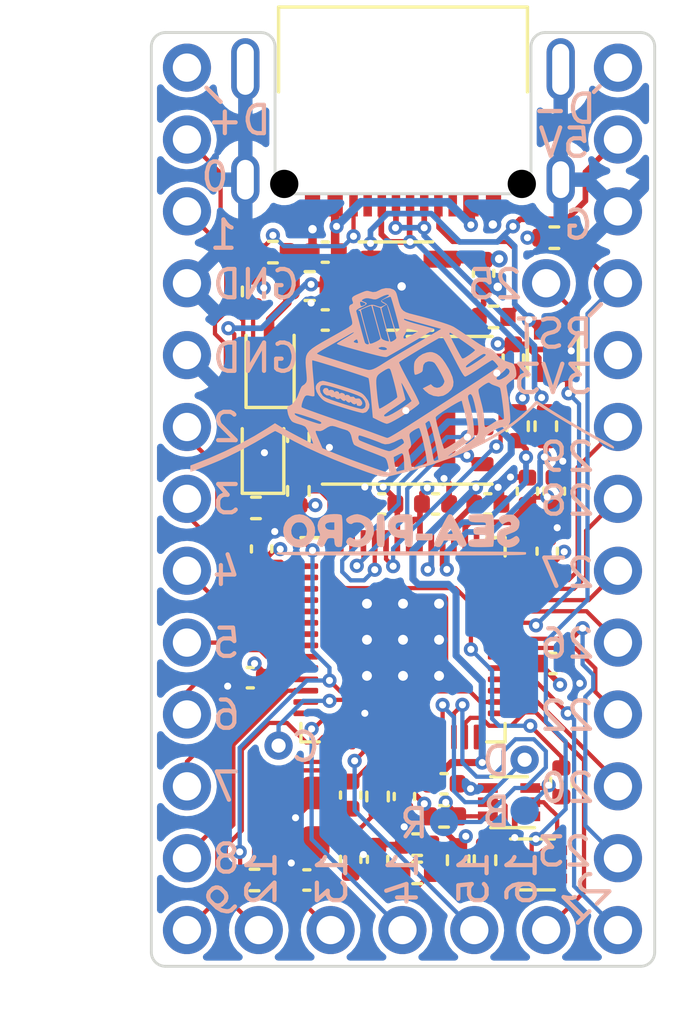
<source format=kicad_pcb>
(kicad_pcb (version 20211014) (generator pcbnew)
  (title_block (title "Sea Picro EXT") (date "2022-06-20") (rev "0.3") (company "Josh Johnson"))
  (layers (0 "F.Cu" signal) (1 "In1.Cu" signal) (2 "In2.Cu" signal) (31 "B.Cu" signal) (34 "B.Paste" user) (35 "F.Paste" user) (36 "B.SilkS" user "B.Silkscreen") (37 "F.SilkS" user "F.Silkscreen") (38 "B.Mask" user) (39 "F.Mask" user) (44 "Edge.Cuts" user))
  (net 0 "")
  (net 1 "GND")
  (net 2 "Net-(J1-PadA5)")
  (net 3 "Net-(J1-PadB5)")
  (net 4 "+5V")
  (net 5 "VBUS")
  (net 6 "Net-(D2-Pad2)")
  (net 7 "+3V3")
  (net 8 "/nRST")
  (net 9 "Net-(C6-Pad2)")
  (net 10 "Net-(C7-Pad2)")
  (net 11 "+1V1")
  (net 12 "Net-(D1-Pad2)")
  (net 13 "Net-(J7-Pad1)")
  (net 14 "/LED_DO")
  (net 15 "/9")
  (net 16 "/8")
  (net 17 "/7")
  (net 18 "/6")
  (net 19 "/5")
  (net 20 "/4")
  (net 21 "/3_SCL1")
  (net 22 "/2_SDA1")
  (net 23 "/1_RX0")
  (net 24 "/0_TX0")
  (net 25 "/A3")
  (net 26 "/A2")
  (net 27 "/A1")
  (net 28 "/A0")
  (net 29 "/22_SCK")
  (net 30 "/20_MISO")
  (net 31 "/23_MOSI")
  (net 32 "/21_nCS")
  (net 33 "/FLASH_nCS")
  (net 34 "/USB+")
  (net 35 "/USB-")
  (net 36 "Net-(R9-Pad2)")
  (net 37 "/SWDCLK")
  (net 38 "/SWDIO")
  (net 40 "/FLASH_SD1")
  (net 41 "/FLASH_SD2")
  (net 42 "/FLASH_SD0")
  (net 43 "/FLASH_SCK")
  (net 44 "/FLASH_SD3")
  (net 45 "/D+")
  (net 46 "/D-")
  (net 47 "/SWITCH")
  (net 48 "/12")
  (net 49 "Net-(C19-Pad1)")
  (net 51 "Net-(Q1-Pad3)")
  (net 52 "Net-(Q1-Pad4)")
  (net 53 "/BOOT")
  (net 54 "Net-(R10-Pad1)")
  (net 55 "/13")
  (net 56 "/VBUS_DETECT")
  (net 58 "/14")
  (net 59 "/15")
  (net 60 "/16")
  (net 64 "Net-(R11-Pad1)")
  (footprint "josh-connectors:Castellated_Short_P2.54x12" (layer "F.Cu") (at 133.8 78.58)
    (fp_text reference "J3" hide)
    (fp_text value "0.1\" x 12" hide)
  )
  (footprint "josh-connectors:Castellated_Short_P2.54x12" (layer "F.Cu") (at 118.56 106.52 180)
    (fp_text reference "J2" hide)
    (fp_text value "0.1\" x 12" hide)
  )
  (footprint "Capacitor_SMD:C_0402_1005Metric" (layer "F.Cu") (at 124.35 104.02 90)
    (fp_text reference "C19" hide)
    (fp_text value "4u7" hide)
  )
  (footprint "Resistor_SMD:R_0402_1005Metric" (layer "F.Cu") (at 122.5 91 90)
    (fp_text reference "R6" hide)
    (fp_text value "5K1" hide)
  )
  (footprint "Package_TO_SOT_SMD:SOT-563" (layer "F.Cu") (at 131.5 86.05 90)
    (fp_text reference "U4" hide)
    (fp_text value "74LVC1T45Z6-7")
  )
  (footprint "Capacitor_SMD:C_0402_1005Metric" (layer "F.Cu") (at 131.55 91.01 90)
    (fp_text reference "C10" hide)
    (fp_text value "100n" hide)
  )
  (footprint "Capacitor_SMD:C_0402_1005Metric" (layer "F.Cu") (at 126.25 101.8 -90)
    (fp_text reference "C8" hide)
    (fp_text value "100n" hide)
  )
  (footprint "Capacitor_SMD:C_0402_1005Metric" (layer "F.Cu") (at 120.8 97.6 180)
    (fp_text reference "C11" hide)
    (fp_text value "100n" hide)
  )
  (footprint "Package_TO_SOT_SMD:SOT-23-5" (layer "F.Cu") (at 126.45 83.76)
    (fp_text reference "U1" hide)
    (fp_text value "AP7365-33WG-7 " hide)
  )
  (footprint "Resistor_SMD:R_0402_1005Metric" (layer "F.Cu") (at 121 91.6)
    (fp_text reference "R16" hide)
    (fp_text value "2K2")
  )
  (footprint "Resistor_SMD:R_0402_1005Metric" (layer "F.Cu") (at 122.5 89.1 90)
    (fp_text reference "R10" hide)
    (fp_text value "5K1" hide)
  )
  (footprint "Package_SON:WSON-8-1EP_6x5mm_P1.27mm_EP3.4x4mm" (layer "F.Cu") (at 126.35 88.15)
    (fp_text reference "U2" hide)
    (fp_text value "GD25Q64CWIGR")
  )
  (footprint "Resistor_SMD:R_0402_1005Metric" (layer "F.Cu") (at 125.3 101.8 90)
    (fp_text reference "R9" hide)
    (fp_text value "1K" hide)
  )
  (footprint "Resistor_SMD:R_0402_1005Metric" (layer "F.Cu") (at 130.25 88.712973 -90)
    (fp_text reference "R7" hide)
    (fp_text value "27R" hide)
  )
  (footprint "Capacitor_SMD:C_0402_1005Metric" (layer "F.Cu") (at 129.05 83.31 -90)
    (fp_text reference "C2" hide)
    (fp_text value "4u7" hide)
  )
  (footprint "josh-connectors:USB-C_MID_MOUNT_918-418K2024S40000" (layer "F.Cu") (at 126.2 73.9)
    (fp_text reference "J1" hide)
    (fp_text value "USB_C_Receptacle_USB2.0")
    (fp_line (start 4.525 3) (end 4.525 6.6) (layer "Edge.Cuts") (width 0.1))
    (fp_line (start -4.525 3) (end -4.525 6.6) (layer "Edge.Cuts") (width 0.1))
    (fp_line (start -4.525 6.6) (end 4.525 6.6) (layer "Edge.Cuts") (width 0.1))
  )
  (footprint "josh-connectors:PinHeader_1x05_P2.54mm_Circle" (layer "F.Cu") (at 121.1 106.52 90)
    (fp_text reference "J6" hide)
    (fp_text value "0.1\" x 5")
  )
  (footprint "Resistor_SMD:R_0402_1005Metric" (layer "F.Cu") (at 131.55 82.05)
    (fp_text reference "R4" hide)
    (fp_text value "5K1" hide)
  )
  (footprint "Capacitor_SMD:C_0402_1005Metric" (layer "F.Cu") (at 121.2 93.05 90)
    (fp_text reference "C15" hide)
    (fp_text value "100n" hide)
  )
  (footprint "Capacitor_SMD:C_0402_1005Metric" (layer "F.Cu") (at 122.8 104.75)
    (fp_text reference "C7" hide)
    (fp_text value "15p" hide)
  )
  (footprint "Resistor_SMD:R_0402_1005Metric" (layer "F.Cu") (at 131.8 101.3 -90)
    (fp_text reference "R15" hide)
    (fp_text value "1K" hide)
  )
  (footprint "Capacitor_SMD:C_0402_1005Metric" (layer "F.Cu") (at 127.35 91.46 180)
    (fp_text reference "C12" hide)
    (fp_text value "1u" hide)
  )
  (footprint "Capacitor_SMD:C_0402_1005Metric" (layer "F.Cu") (at 125.3 104.02 90)
    (fp_text reference "C5" hide)
    (fp_text value "4u7" hide)
  )
  (footprint "Capacitor_SMD:C_0402_1005Metric" (layer "F.Cu") (at 123.45 84.96 180)
    (fp_text reference "C1" hide)
    (fp_text value "4u7" hide)
  )
  (footprint "josh-connectors:PinHeader_1x01_P2.54mm_Circle" (layer "F.Cu") (at 118.56 76.04)
    (fp_text reference "J4" hide)
    (fp_text value "D+")
  )
  (footprint "Resistor_SMD:R_0402_1005Metric" (layer "F.Cu") (at 127.65 102.5)
    (fp_text reference "R12" hide)
    (fp_text value "5K1" hide)
  )
  (footprint "Resistor_SMD:R_0402_1005Metric" (layer "F.Cu") (at 128.15 104.05 -90)
    (fp_text reference "R5" hide)
    (fp_text value "5K1" hide)
  )
  (footprint "josh-connectors:PinHeader_1x01_P2.54mm_Circle" (layer "F.Cu") (at 131.26 83.66)
    (fp_text reference "J7" hide)
    (fp_text value "2.54")
  )
  (footprint "Resistor_SMD:R_0402_1005Metric" (layer "F.Cu") (at 120.95 104.75)
    (fp_text reference "R17" hide)
    (fp_text value "5K1")
  )
  (footprint "Resistor_SMD:R_0402_1005Metric" (layer "F.Cu") (at 129.4 84.85)
    (fp_text reference "R1" hide)
    (fp_text value "5K1" hide)
  )
  (footprint "josh-passives-smt:Fuse_0603_1608Metric" (layer "F.Cu") (at 122.9 83.76)
    (fp_text reference "F1" hide)
    (fp_text value "500mA" hide)
  )
  (footprint "Resistor_SMD:R_0402_1005Metric" (layer "F.Cu") (at 126.7 103.5 180)
    (fp_text reference "R11" hide)
    (fp_text value "51K")
  )
  (footprint "Package_TO_SOT_SMD:SOT-563" (layer "F.Cu") (at 130.9 104.2)
    (fp_text reference "Q1" hide)
    (fp_text value "2N7002VC-7")
  )
  (footprint "Resistor_SMD:R_0402_1005Metric" (layer "F.Cu") (at 126.7 104.5 180)
    (fp_text reference "R14" hide)
    (fp_text value "51K")
  )
  (footprint "Capacitor_SMD:C_0402_1005Metric" (layer "F.Cu") (at 124.35 101.75 90)
    (fp_text reference "C6" hide)
    (fp_text value "15p" hide)
  )
  (footprint "josh-dfn-qfn:RP2040-QFN-56" (layer "F.Cu") (at 126.2 96.26)
    (fp_text reference "U3" hide)
    (fp_text value "RP2040" hide)
  )
  (footprint "Resistor_SMD:R_0402_1005Metric" (layer "F.Cu") (at 129.1 104.05 90)
    (fp_text reference "R13" hide)
    (fp_text value "51K" hide)
  )
  (footprint "Resistor_SMD:R_0402_1005Metric" (layer "F.Cu") (at 120.9 83.95 -90)
    (fp_text reference "R3" hide)
    (fp_text value "2K2" hide)
  )
  (footprint "josh-connectors:PinHeader_1x01_P2.54mm_Circle" (layer "F.Cu") (at 133.8 76.04)
    (fp_text reference "J5" hide)
    (fp_text value "D-")
  )
  (footprint "Capacitor_SMD:C_0402_1005Metric" (layer "F.Cu") (at 130.1 86.3 -90)
    (fp_text reference "C4" hide)
    (fp_text value "100n" hide)
  )
  (footprint "Capacitor_SMD:C_0402_1005Metric" (layer "F.Cu") (at 129.2 91.46)
    (fp_text reference "C9" hide)
    (fp_text value "1u" hide)
  )
  (footprint "Capacitor_SMD:C_0402_1005Metric" (layer "F.Cu") (at 127.65 101.35)
    (fp_text reference "C17" hide)
    (fp_text value "100n" hide)
  )
  (footprint "Capacitor_SMD:C_0402_1005Metric" (layer "F.Cu") (at 131.5 97.1)
    (fp_text reference "C14" hide)
    (fp_text value "100n" hide)
  )
  (footprint "josh-oscillators:Crystal_SMD_2520-4Pin_2.5x2.0mm" (layer "F.Cu") (at 122.4 102.55 90)
    (fp_text reference "Y1" hide)
    (fp_text value "12MHz")
  )
  (footprint "LED_SMD:LED_0603_1608Metric" (layer "F.Cu") (at 121.25 89.6 90)
    (fp_text reference "D2" hide)
    (fp_text value "LED" hide)
  )
  (footprint "Resistor_SMD:R_0402_1005Metric" (layer "F.Cu") (at 121.6 82.56 180)
    (fp_text reference "R2" hide)
    (fp_text value "5K1" hide)
  )
  (footprint "Capacitor_SMD:C_0402_1005Metric" (layer "F.Cu") (at 125.45 91.46 180)
    (fp_text reference "C18" hide)
    (fp_text value "100n" hide)
  )
  (footprint "Diode_SMD:D_SOD-323" (layer "F.Cu") (at 121.5 86.55 90)
    (fp_text reference "D1" hide)
    (fp_text value "B5817WS" hide)
  )
  (footprint "Package_TO_SOT_SMD:SOT-563" (layer "F.Cu") (at 129.95 102 180)
    (fp_text reference "Q2" hide)
    (fp_text value "2N7002VC-7")
  )
  (footprint "Capacitor_SMD:C_0402_1005Metric" (layer "F.Cu") (at 130.6 91.01 90)
    (fp_text reference "C13" hide)
    (fp_text value "100n" hide)
  )
  (footprint "Capacitor_SMD:C_0402_1005Metric" (layer "F.Cu") (at 123.45 82.56 180)
    (fp_text reference "C3" hide)
    (fp_text value "4u7" hide)
  )
  (footprint "Capacitor_SMD:C_0402_1005Metric" (layer "F.Cu") (at 131.3 93.13 90)
    (fp_text reference "C16" hide)
    (fp_text value "100n" hide)
  )
  (footprint "Resistor_SMD:R_0402_1005Metric" (layer "F.Cu") (at 131.25 88.712973 -90)
    (fp_text reference "R8" hide)
    (fp_text value "27R" hide)
  )
  (footprint "josh-test-point:TestPoint_THTPad_D1.0mm_Drill0.5mm_NO_SILK" (layer "B.Cu") (at 130.5 100.5 180)
    (fp_text reference "TP2" hide)
    (fp_text value "IO")
  )
  (footprint "josh-test-point:TestPoint_THTPad_D1.0mm_Drill0.5mm_NO_SILK" (layer "B.Cu") (at 121.8 100 180)
    (fp_text reference "TP1" hide)
    (fp_text value "CLK")
  )
  (footprint "josh-logos:sea-picro-silk" (layer "B.Cu") (at 126.2 88.6 180)
    (fp_text reference "LOGO2" hide)
    (fp_text value "Sea-Picro" hide)
  )
  (footprint "josh-test-point:TestPoint_SMDPad_D1.0mm_NO_SILK" (layer "B.Cu") (at 127.65 102.7 90)
    (fp_text reference "TP3" hide)
    (fp_text value "nRST")
  )
  (footprint "josh-test-point:TestPoint_SMDPad_D1.0mm_NO_SILK" (layer "B.Cu") (at 130.5 102.3 90)
    (fp_text reference "TP4" hide)
    (fp_text value "BOOT")
  )
  (footprint "josh-logos:OSHW_Logo_3.6x3.6_F.Mask" (layer "B.Cu") (at 126.2 99.8 180)
    (fp_text reference "LOGO1" hide)
    (fp_text value "Logo_Open_Hardware_Small" hide)
  )
  (gr_line (start 133.2 84.4) (end 132.8 84.8) (layer "B.SilkS") (width 0.15))
  (gr_line (start 119.75 77.25) (end 119.25 76.75) (layer "B.SilkS") (width 0.15))
  (gr_line (start 133.15 76.7) (end 132.95 76.9) (layer "B.SilkS") (width 0.15))
  (gr_line (start 117.3 75.3) (end 117.3 107.3) (layer "Edge.Cuts") (width 0.1))
  (gr_line (start 117.8 107.8) (end 134.6 107.8) (layer "Edge.Cuts") (width 0.1))
  (gr_line (start 131.225 74.8) (end 134.6 74.8) (layer "Edge.Cuts") (width 0.1))
  (gr_line (start 121.175 74.8) (end 117.8 74.8) (layer "Edge.Cuts") (width 0.1))
  (gr_arc (start 130.725 75.3) (mid 130.871447 74.946447) (end 131.225 74.8) (layer "Edge.Cuts") (width 0.1))
  (gr_arc (start 117.3 75.3) (mid 117.446447 74.946447) (end 117.8 74.8) (layer "Edge.Cuts") (width 0.1))
  (gr_line (start 121.675 76.9) (end 121.675 75.3) (layer "Edge.Cuts") (width 0.1))
  (gr_line (start 135.1 107.3) (end 135.1 75.3) (layer "Edge.Cuts") (width 0.1))
  (gr_arc (start 135.1 107.3) (mid 134.953553 107.653553) (end 134.6 107.8) (layer "Edge.Cuts") (width 0.1))
  (gr_arc (start 134.6 74.8) (mid 134.953553 74.946447) (end 135.1 75.3) (layer "Edge.Cuts") (width 0.1))
  (gr_arc (start 117.8 107.8) (mid 117.446447 107.653553) (end 117.3 107.3) (layer "Edge.Cuts") (width 0.1))
  (gr_line (start 130.725 76.9) (end 130.725 75.3) (layer "Edge.Cuts") (width 0.1))
  (gr_arc (start 121.175 74.8) (mid 121.528553 74.946447) (end 121.675 75.3) (layer "Edge.Cuts") (width 0.1))
  (gr_text "23" (at 131.9 103.75) (layer "B.SilkS") (effects (font (size 1 1)) (justify mirror)))
  (gr_text "21" (at 132.6 105.4 45) (layer "B.SilkS") (effects (font (size 1 1)) (justify mirror)))
  (gr_text "GND" (at 121 86.3) (layer "B.SilkS") (effects (font (size 1 1)) (justify mirror)))
  (gr_text "27" (at 132.004762 93.9) (layer "B.SilkS") (effects (font (size 1 1)) (justify mirror)))
  (gr_text "R" (at 126.6 102.75) (layer "B.SilkS") (effects (font (size 1 1)) (justify mirror)))
  (gr_text "14" (at 126.2 104.7 90) (layer "B.SilkS") (effects (font (size 1 1)) (justify mirror)))
  (gr_text "G" (at 132.4 81.6) (layer "B.SilkS") (effects (font (size 1 1)) (justify mirror)))
  (gr_text "4" (at 119.95 93.833332) (layer "B.SilkS") (effects (font (size 1 1)) (justify mirror)))
  (gr_text "7" (at 119.95 101.45833) (layer "B.SilkS") (effects (font (size 1 1)) (justify mirror)))
  (gr_text "9" (at 119.8 105.5 45) (layer "B.SilkS") (effects (font (size 1 1)) (justify mirror)))
  (gr_text "1" (at 119.85 81.95) (layer "B.SilkS") (effects (font (size 1 1)) (justify mirror)))
  (gr_text "12" (at 121.2 104.7 90) (layer "B.SilkS") (effects (font (size 1 1)) (justify mirror)))
  (gr_text "D" (at 129.5 100.55) (layer "B.SilkS") (effects (font (size 1 1)) (justify mirror)))
  (gr_text "3" (at 119.95 91.3) (layer "B.SilkS") (effects (font (size 1 1)) (justify mirror)))
  (gr_text "B" (at 129.5 102.35) (layer "B.SilkS") (effects (font (size 1 1)) (justify mirror)))
  (gr_text "D+" (at 120.4 77.9) (layer "B.SilkS") (effects (font (size 1 1)) (justify mirror)))
  (gr_text "28" (at 132.004762 91.35) (layer "B.SilkS") (effects (font (size 1 1)) (justify mirror)))
  (gr_text "16" (at 130.4 104.7 90) (layer "B.SilkS") (effects (font (size 1 1)) (justify mirror)))
  (gr_text "RST" (at 131.55 85.45) (layer "B.SilkS") (effects (font (size 1 1)) (justify mirror)))
  (gr_text "29" (at 132 89.8) (layer "B.SilkS") (effects (font (size 1 1)) (justify mirror)))
  (gr_text "GND" (at 121 83.7) (layer "B.SilkS") (effects (font (size 1 1)) (justify mirror)))
  (gr_text "C" (at 122.75 100.05) (layer "B.SilkS") (effects (font (size 1 1)) (justify mirror)))
  (gr_text "13" (at 123.7 104.7 90) (layer "B.SilkS") (effects (font (size 1 1)) (justify mirror)))
  (gr_text "5V" (at 131.9 78.7) (layer "B.SilkS") (effects (font (size 1 1)) (justify mirror)))
  (gr_text "26" (at 132.004762 96.4) (layer "B.SilkS") (effects (font (size 1 1)) (justify mirror)))
  (gr_text "5" (at 119.95 96.374998) (layer "B.SilkS") (effects (font (size 1 1)) (justify mirror)))
  (gr_text "8" (at 119.95 104) (layer "B.SilkS") (effects (font (size 1 1)) (justify mirror)))
  (gr_text "D-" (at 131.9 77.5) (layer "B.SilkS") (effects (font (size 1 1)) (justify mirror)))
  (gr_text "0" (at 119.55 79.9) (layer "B.SilkS") (effects (font (size 1 1)) (justify mirror)))
  (gr_text "2" (at 119.95 88.75) (layer "B.SilkS") (effects (font (size 1 1)) (justify mirror)))
  (gr_text "15" (at 128.7 104.7 90) (layer "B.SilkS") (effects (font (size 1 1)) (justify mirror)))
  (gr_text "20" (at 132 101.5) (layer "B.SilkS") (effects (font (size 1 1)) (justify mirror)))
  (gr_text "22" (at 132 98.95) (layer "B.SilkS") (effects (font (size 1 1)) (justify mirror)))
  (gr_text "25" (at 129.45 83.7) (layer "B.SilkS") (effects (font (size 1 1)) (justify mirror)))
  (gr_text "6" (at 119.95 98.916664) (layer "B.SilkS") (effects (font (size 1 1)) (justify mirror)))
  (gr_text "3V3" (at 131.5 87.05) (layer "B.SilkS") (effects (font (size 1 1)) (justify mirror)))
  (segment (start 121.2 92.57) (end 121.334477 92.435523) (width 0.2) (layer "F.Cu") (net 1))
  (segment (start 121.3 90.3875) (end 121.3 89.6495) (width 0.2) (layer "F.Cu") (net 1))
  (segment (start 128.89 84.85) (end 128.89 84.56) (width 0.2) (layer "F.Cu") (net 1))
  (segment (start 131.649529 92.300471) (end 131.651967 92.300471) (width 0.2) (layer "F.Cu") (net 1))
  (segment (start 124.97 90.979503) (end 124.850497 90.86) (width 0.2) (layer "F.Cu") (net 1))
  (segment (start 126.19 103.5) (end 125.34 103.5) (width 0.2) (layer "F.Cu") (net 1))
  (segment (start 125.3125 83.76) (end 126.140045 83.76) (width 0.3) (layer "F.Cu") (net 1))
  (segment (start 123.1 101.85) (end 122.4 102.55) (width 0.2) (layer "F.Cu") (net 1))
  (segment (start 125.2 99.6975) (end 125.2 99.208577) (width 0.2) (layer "F.Cu") (net 1))
  (segment (start 127.83 91.46) (end 127.83 90.74) (width 0.2) (layer "F.Cu") (net 1))
  (segment (start 124.35 103.54) (end 124.49 103.54) (width 0.15) (layer "F.Cu") (net 1))
  (segment (start 131.3 92.65) (end 131.649529 92.300471) (width 0.2) (layer "F.Cu") (net 1))
  (segment (start 128.413414 101.35) (end 128.587844 101.52443) (width 0.2) (layer "F.Cu") (net 1))
  (segment (start 128.13 101.35) (end 128.413414 101.35) (width 0.2) (layer "F.Cu") (net 1))
  (segment (start 124.35 102.23) (end 123.795 101.675) (width 0.2) (layer "F.Cu") (net 1))
  (segment (start 129.549036 83.79) (end 129.5505 83.788536) (width 0.3) (layer "F.Cu") (net 1))
  (segment (start 122.32 104.75) (end 122.25 104.68) (width 0.2) (layer "F.Cu") (net 1))
  (segment (start 130.15 102.55) (end 130.15 103.25) (width 0.2) (layer "F.Cu") (net 1))
  (segment (start 131.98 97.1) (end 132.45 97.57) (width 0.2) (layer "F.Cu") (net 1))
  (segment (start 122.97 84.96) (end 122.97 84.38) (width 0.3) (layer "F.Cu") (net 1))
  (segment (start 131.5 86.8) (end 131.5 86.280978) (width 0.2) (layer "F.Cu") (net 1))
  (segment (start 121.7 103.6) (end 122.25 104.15) (width 0.2) (layer "F.Cu") (net 1))
  (segment (start 125.3 103.54) (end 125.11 103.54) (width 0.15) (layer "F.Cu") (net 1))
  (segment (start 121.46 104.75) (end 122.32 104.75) (width 0.15) (layer "F.Cu") (net 1))
  (segment (start 128.612274 101.5) (end 128.587844 101.52443) (width 0.2) (layer "F.Cu") (net 1))
  (segment (start 129.2 101.5) (end 128.612274 101.5) (width 0.2) (layer "F.Cu") (net 1))
  (segment (start 123.6 89.466046) (end 123.596977 89.463023) (width 0.2) (layer "F.Cu") (net 1))
  (segment (start 130.57 90.53) (end 130.55 90.51) (width 0.2) (layer "F.Cu") (net 1))
  (segment (start 122.4 102.6) (end 121.7 103.3) (width 0.2) (layer "F.Cu") (net 1))
  (segment (start 129.4 81.561372) (end 129.376048 81.585324) (width 0.3) (layer "F.Cu") (net 1))
  (segment (start 132.45 97.57) (end 132.45 97.8) (width 0.2) (layer "F.Cu") (net 1))
  (segment (start 129.4 80.9) (end 129.4 81.561372) (width 0.3) (layer "F.Cu") (net 1))
  (segment (start 121.7 103.425) (end 121.7 103.6) (width 0.2) (layer "F.Cu") (net 1))
  (segment (start 126.25 102.28) (end 126.25 102.85) (width 0.2) (layer "F.Cu") (net 1))
  (segment (start 123.795 101.675) (end 123.1 101.675) (width 0.2) (layer "F.Cu") (net 1))
  (segment (start 129.05 83.79) (end 129.549036 83.79) (width 0.3) (layer "F.Cu") (net 1))
  (segment (start 123 80.9) (end 123 81.75) (width 0.3) (layer "F.Cu") (net 1))
  (segment (start 131.730978 86.05) (end 132.15 86.05) (width 0.2) (layer "F.Cu") (net 1))
  (segment (start 127.83 90.74) (end 127.65 90.56) (width 0.2) (layer "F.Cu") (net 1))
  (segment (start 130.55 90.51) (end 130 90.51) (width 0.2) (layer "F.Cu") (net 1))
  (segment (start 130.15 86.78) (end 129.572895 86.78) (width 0.2) (layer "F.Cu") (net 1))
  (segment (start 131.55 90.53) (end 131.85 90.23) (width 0.2) (layer "F.Cu") (net 1))
  (segment (start 122.97 82.56) (end 122.11 82.56) (width 0.3) (layer "F.Cu") (net 1))
  (segment (start 125.11 103.54) (end 124.8 103.85) (width 0.15) (layer "F.Cu") (net 1))
  (segment (start 121.7 103.3) (end 121.7 103.425) (width 0.2) (layer "F.Cu") (net 1))
  (segment (start 120.3 97.6) (end 120 97.9) (width 0.2) (layer "F.Cu") (net 1))
  (segment (start 128.89 84.56) (end 129.05 84.4) (width 0.2) (layer "F.Cu") (net 1))
  (segment (start 131.85 90.23) (end 131.85 89.95) (width 0.2) (layer "F.Cu") (net 1))
  (segment (start 125.34 103.5) (end 125.3 103.54) (width 0.2) (layer "F.Cu") (net 1))
  (segment (start 125.2 99.208577) (end 124.85 98.858577) (width 0.2) (layer "F.Cu") (net 1))
  (segment (start 121.334477 92.435523) (end 121.664477 92.435523) (width 0.2) (layer "F.Cu") (net 1))
  (segment (start 130.15 103.7) (end 130.15 103.25) (width 0.2) (layer "F.Cu") (net 1))
  (segment (start 129.05 84.4) (end 129.05 83.79) (width 0.2) (layer "F.Cu") (net 1))
  (segment (start 130.7 102.5) (end 130.2 102.5) (width 0.2) (layer "F.Cu") (net 1))
  (segment (start 123.6 90.065) (end 123.6 89.466046) (width 0.2) (layer "F.Cu") (net 1))
  (segment (start 129.572895 86.78) (end 129.51817 86.834725) (width 0.2) (layer "F.Cu") (net 1))
  (segment (start 124.97 91.46) (end 124.97 90.979503) (width 0.2) (layer "F.Cu") (net 1))
  (segment (start 126.140045 83.76) (end 126.151561 83.771516) (width 0.3) (layer "F.Cu") (net 1))
  (segment (start 122.97 84.38) (end 122.95 84.36) (width 0.3) (layer "F.Cu") (net 1))
  (segment (start 123 81.75) (end 123 82.53) (width 0.3) (layer "F.Cu") (net 1))
  (segment (start 123.1 101.675) (end 123.1 101.85) (width 0.2) (layer "F.Cu") (net 1))
  (segment (start 123 82.53) (end 122.97 82.56) (width 0.3) (layer "F.Cu") (net 1))
  (segment (start 129.68 90.990001) (end 129.561757 90.871758) (width 0.2) (layer "F.Cu") (net 1))
  (segment (start 130.2 102.5) (end 130.15 102.55) (width 0.2) (layer "F.Cu") (net 1))
  (segment (start 120.32 97.6) (end 120.3 97.6) (width 0.2) (layer "F.Cu") (net 1))
  (segment (start 131.5 86.280978) (end 131.730978 86.05) (width 0.2) (layer "F.Cu") (net 1))
  (segment (start 122.4 102.55) (end 122.4 102.6) (width 0.2) (layer "F.Cu") (net 1))
  (segment (start 129.68 91.46) (end 129.68 90.990001) (width 0.2) (layer "F.Cu") (net 1))
  (segment (start 122.25 104.68) (end 122.25 104.15) (width 0.2) (layer "F.Cu") (net 1))
  (segment (start 124.49 103.54) (end 124.8 103.85) (width 0.15) (layer "F.Cu") (net 1))
  (via (at 122.95 84.36) (size 0.5) (drill 0.25) (layers "F.Cu" "B.Cu") (net 1))
  (via (at 130.15 103.25) (size 0.5) (drill 0.25) (layers "F.Cu" "B.Cu") (net 1))
  (via (at 132.15 86.05) (size 0.5) (drill 0.25) (layers "F.Cu" "B.Cu") (net 1))
  (via (at 129.561757 90.871758) (size 0.5) (drill 0.25) (layers "F.Cu" "B.Cu") (net 1))
  (via (at 132.45 97.8) (size 0.5) (drill 0.25) (layers "F.Cu" "B.Cu") (net 1))
  (via (at 126.3 88.16) (size 0.5) (drill 0.25) (layers "F.Cu" "B.Cu") (net 1))
  (via (at 121.3 89.6495) (size 0.5) (drill 0.25) (layers "F.Cu" "B.Cu") (net 1))
  (via (at 122.25 104.15) (size 0.5) (drill 0.25) (layers "F.Cu" "B.Cu") (net 1))
  (via (at 126.151561 83.771516) (size 0.6) (drill 0.3) (layers "F.Cu" "B.Cu") (net 1))
  (via (at 127.65 90.56) (size 0.5) (drill 0.25) (layers "F.Cu" "B.Cu") (net 1))
  (via (at 122.4 102.55) (size 0.5) (drill 0.25) (layers "F.Cu" "B.Cu") (net 1))
  (via (at 124.85 98.858577) (size 0.5) (drill 0.25) (layers "F.Cu" "B.Cu") (net 1))
  (via (at 129.5505 83.788536) (size 0.6) (drill 0.3) (layers "F.Cu" "B.Cu") (net 1))
  (via (at 129.376048 81.585324) (size 0.6) (drill 0.3) (layers "F.Cu" "B.Cu") (net 1))
  (via (at 130 90.51) (size 0.5) (drill 0.25) (layers "F.Cu" "B.Cu") (net 1))
  (via (at 129.51817 86.834725) (size 0.5) (drill 0.25) (layers "F.Cu" "B.Cu") (net 1))
  (via (at 121.664477 92.435523) (size 0.5) (drill 0.25) (layers "F.Cu" "B.Cu") (net 1))
  (via (at 131.85 89.95) (size 0.5) (drill 0.25) (layers "F.Cu" "B.Cu") (net 1))
  (via (at 124.8 103.85) (size 0.5) (drill 0.25) (layers "F.Cu" "B.Cu") (net 1))
  (via (at 126.241624 102.870579) (size 0.5) (drill 0.25) (layers "F.Cu" "B.Cu") (net 1))
  (via (at 131.651967 92.300471) (size 0.5) (drill 0.25) (layers "F.Cu" "B.Cu") (net 1))
  (via (at 123.596977 89.463023) (size 0.5) (drill 0.25) (layers "F.Cu" "B.Cu") (net 1))
  (via (at 124.850497 90.86) (size 0.5) (drill 0.25) (layers "F.Cu" "B.Cu") (net 1))
  (via (at 128.587844 101.52443) (size 0.5) (drill 0.25) (layers "F.Cu" "B.Cu") (net 1))
  (via (at 120 97.9) (size 0.5) (drill 0.25) (layers "F.Cu" "B.Cu") (net 1))
  (via (at 123 81.75) (size 0.6) (drill 0.3) (layers "F.Cu" "B.Cu") (net 1))
  (segment (start 130.15 84.61) (end 130.15 82.458242) (width 0.15) (layer "F.Cu") (net 2))
  (segment (start 127.95 82.2) (end 127.45 81.7) (width 0.15) (layer "F.Cu") (net 2))
  (segment (start 129.91 84.85) (end 130.15 84.61) (width 0.15) (layer "F.Cu") (net 2))
  (segment (start 129.891758 82.2) (end 127.95 82.2) (width 0.15) (layer "F.Cu") (net 2))
  (segment (start 127.45 81.7) (end 127.45 80.9) (width 0.15) (layer "F.Cu") (net 2))
  (segment (start 130.15 82.458242) (end 129.891758 82.2) (width 0.15) (layer "F.Cu") (net 2))
  (segment (start 121.09 82.56) (end 121.6 82.05) (width 0.15) (layer "F.Cu") (net 3))
  (segment (start 121.6 82.05) (end 121.6 81.96697) (width 0.15) (layer "F.Cu") (net 3))
  (segment (start 124.45 80.9) (end 124.45 82) (width 0.15) (layer "F.Cu") (net 3))
  (via (at 124.45 82) (size 0.5) (drill 0.25) (layers "F.Cu" "B.Cu") (net 3))
  (via (at 121.6 81.96697) (size 0.5) (drill 0.25) (layers "F.Cu" "B.Cu") (net 3))
  (segment (start 124.45 82) (end 124.1 82.35) (width 0.15) (layer "B.Cu") (net 3))
  (segment (start 121.98303 82.35) (end 121.6 81.96697) (width 0.15) (layer "B.Cu") (net 3))
  (segment (start 124.1 82.35) (end 121.98303 82.35) (width 0.15) (layer "B.Cu") (net 3))
  (segment (start 124.18 84.71) (end 125.3125 84.71) (width 0.3) (layer "F.Cu") (net 4))
  (segment (start 125.049152 82.250814) (end 125.049152 82.546652) (width 0.2) (layer "F.Cu") (net 4))
  (segment (start 126.15 82.81) (end 125.3125 82.81) (width 0.3) (layer "F.Cu") (net 4))
  (segment (start 122.5 85.6) (end 121.5 86.6) (width 0.3) (layer "F.Cu") (net 4))
  (segment (start 130.338483 81.4) (end 130.087576 81.650907) (width 0.2) (layer "F.Cu") (net 4))
  (segment (start 132.65 79.73) (end 132.65 80.75) (width 0.2) (layer "F.Cu") (net 4))
  (segment (start 132 81.4) (end 130.338483 81.4) (width 0.2) (layer "F.Cu") (net 4))
  (segment (start 133.8 78.58) (end 132.65 79.73) (width 0.2) (layer "F.Cu") (net 4))
  (segment (start 126.2 84.71) (end 126.8 84.11) (width 0.3) (layer "F.Cu") (net 4))
  (segment (start 123.93 84.96) (end 123.29 85.6) (width 0.3) (layer "F.Cu") (net 4))
  (segment (start 131 85.3) (end 130.65 84.95) (width 0.2) (layer "F.Cu") (net 4))
  (segment (start 126.8 84.11) (end 126.8 83.46) (width 0.3) (layer "F.Cu") (net 4))
  (segment (start 123.93 84.96) (end 124.18 84.71) (width 0.3) (layer "F.Cu") (net 4))
  (segment (start 121.5 86.6) (end 121.5 87.6) (width 0.3) (layer "F.Cu") (net 4))
  (segment (start 126.8 83.46) (end 126.15 82.81) (width 0.3) (layer "F.Cu") (net 4))
  (segment (start 125.049152 82.546652) (end 125.3125 82.81) (width 0.2) (layer "F.Cu") (net 4))
  (segment (start 123.29 85.6) (end 122.5 85.6) (width 0.3) (layer "F.Cu") (net 4))
  (segment (start 125.3125 84.71) (end 126.2 84.71) (width 0.3) (layer "F.Cu") (net 4))
  (segment (start 132.65 80.75) (end 132 81.4) (width 0.2) (layer "F.Cu") (net 4))
  (via (at 130.087576 81.650907) (size 0.5) (drill 0.25) (layers "F.Cu" "B.Cu") (net 4))
  (via (at 125.049152 82.250814) (size 0.5) (drill 0.25) (layers "F.Cu" "B.Cu") (net 4))
  (via (at 130.65 84.95) (size 0.5) (drill 0.25) (layers "F.Cu" "B.Cu") (net 4))
  (segment (start 125.049152 81.800848) (end 125.650489 81.199511) (width 0.2) (layer "B.Cu") (net 4))
  (segment (start 129.769242 81.969242) (end 130.087576 81.650907) (width 0.2) (layer "B.Cu") (net 4))
  (segment (start 129.537984 82.200499) (end 129.769242 81.969242) (width 0.2) (layer "B.Cu") (net 4))
  (segment (start 125.049152 82.250814) (end 125.049152 81.800848) (width 0.2) (layer "B.Cu") (net 4))
  (segment (start 127.199511 81.199511) (end 128.200499 82.200499) (width 0.2) (layer "B.Cu") (net 4))
  (segment (start 125.650489 81.199511) (end 127.199511 81.199511) (width 0.2) (layer "B.Cu") (net 4))
  (segment (start 128.200499 82.200499) (end 129.537984 82.200499) (width 0.2) (layer "B.Cu") (net 4))
  (segment (start 130.7 84.95) (end 130.149501 84.399501) (width 0.2) (layer "B.Cu") (net 4))
  (segment (start 130.149501 84.399501) (end 130.149501 82.349501) (width 0.2) (layer "B.Cu") (net 4))
  (segment (start 130.149501 82.349501) (end 129.769242 81.969242) (width 0.2) (layer "B.Cu") (net 4))
  (segment (start 120.49 91.6) (end 120.5 91.59) (width 0.15) (layer "F.Cu") (net 5))
  (segment (start 123.93 83.5175) (end 123.6875 83.76) (width 0.3) (layer "F.Cu") (net 5))
  (segment (start 123.8 80.9) (end 123.8 82.43) (width 0.3) (layer "F.Cu") (net 5))
  (segment (start 120.5 91.182936) (end 120.233532 90.916468) (width 0.15) (layer "F.Cu") (net 5))
  (segment (start 123.93 82.56) (end 123.93 83.5175) (width 0.3) (layer "F.Cu") (net 5))
  (segment (start 123.8 82.43) (end 123.93 82.56) (width 0.3) (layer "F.Cu") (net 5))
  (segment (start 122.9495 83.7) (end 123.6275 83.7) (width 0.2) (layer "F.Cu") (net 5))
  (segment (start 128.6 80.9) (end 128.6 81.6) (width 0.3) (layer "F.Cu") (net 5))
  (segment (start 123.6275 83.7) (end 123.6875 83.76) (width 0.2) (layer "F.Cu") (net 5))
  (segment (start 120.233532 85.458032) (end 120.0255 85.25) (width 0.15) (layer "F.Cu") (net 5))
  (segment (start 120.5 91.59) (end 120.5 91.182936) (width 0.15) (layer "F.Cu") (net 5))
  (segment (start 120.233532 90.916468) (end 120.233532 85.458032) (width 0.15) (layer "F.Cu") (net 5))
  (via (at 122.9495 83.7) (size 0.5) (drill 0.25) (layers "F.Cu" "B.Cu") (net 5))
  (via (at 123.85 81.65) (size 0.5) (drill 0.25) (layers "F.Cu" "B.Cu") (net 5))
  (via (at 120.0255 85.25) (size 0.5) (drill 0.25) (layers "F.Cu" "B.Cu") (net 5))
  (via (at 128.6 81.6) (size 0.5) (drill 0.25) (layers "F.Cu" "B.Cu") (net 5))
  (segment (start 122.9495 83.7) (end 122.75 83.7) (width 0.2) (layer "B.Cu") (net 5))
  (segment (start 122.75 83.7) (end 121.2 85.25) (width 0.2) (layer "B.Cu") (net 5))
  (segment (start 128.6 81.6) (end 127.8 80.8) (width 0.3) (layer "B.Cu") (net 5))
  (segment (start 124.7 80.8) (end 123.85 81.65) (width 0.3) (layer "B.Cu") (net 5))
  (segment (start 121.2 85.25) (end 120.0255 85.25) (width 0.2) (layer "B.Cu") (net 5))
  (segment (start 127.8 80.8) (end 124.7 80.8) (width 0.3) (layer "B.Cu") (net 5))
  (segment (start 120.9 88.4125) (end 120.9 84.46) (width 0.15) (layer "F.Cu") (net 6))
  (segment (start 121.3 88.8125) (end 120.9 88.4125) (width 0.15) (layer "F.Cu") (net 6))
  (segment (start 128.15 103.54) (end 128.15 103.474222) (width 0.2) (layer "F.Cu") (net 7))
  (segment (start 130.15 85.82) (end 129.725 86.245) (width 0.2) (layer "F.Cu") (net 7))
  (segment (start 129.03 82.81) (end 129.05 82.83) (width 0.3) (layer "F.Cu") (net 7))
  (segment (start 130.88 91.21) (end 131.3 91.21) (width 0.2) (layer "F.Cu") (net 7))
  (segment (start 130.57 97.1) (end 130.41 97.26) (width 0.2) (layer "F.Cu") (net 7))
  (segment (start 131.5 85.3) (end 131.5 85.786694) (width 0.2) (layer "F.Cu") (net 7))
  (segment (start 126.8 92.8225) (end 126.8 92.01) (width 0.2) (layer "F.Cu") (net 7))
  (segment (start 121.28 97.43) (end 120.95 97.1) (width 0.2) (layer "F.Cu") (net 7))
  (segment (start 122.7625 97.26) (end 121.62 97.26) (width 0.2) (layer "F.Cu") (net 7))
  (segment (start 130.52 85.82) (end 130.1 85.82) (width 0.2) (layer "F.Cu") (net 7))
  (segment (start 128.564284 92.11) (end 129.98 92.11) (width 0.2) (layer "F.Cu") (net 7))
  (segment (start 120.9 83.4501) (end 121.2755 83.8256) (width 0.2) (layer "F.Cu") (net 7))
  (segment (start 131.5 85.786694) (end 131.286695 86) (width 0.2) (layer "F.Cu") (net 7))
  (segment (start 129.8875 92.8225) (end 130.61 92.1) (width 0.2) (layer "F.Cu") (net 7))
  (segment (start 126.8 92.01) (end 126.8 91.53) (width 0.2) (layer "F.Cu") (net 7))
  (segment (start 121.2 93.53) (end 121.674421 93.055579) (width 0.2) (layer "F.Cu") (net 7))
  (segment (start 131.750922 97.830922) (end 131.750922 97.84689) (width 0.2) (layer "F.Cu") (net 7))
  (segment (start 126.25 101.351329) (end 126.952589 102.053918) (width 0.2) (layer "F.Cu") (net 7))
  (segment (start 130.95 86) (end 130.825 86.125) (width 0.2) (layer "F.Cu") (net 7))
  (segment (start 128.1 103.54) (end 128.1 103.45) (width 0.2) (layer "F.Cu") (net 7))
  (segment (start 126.25 100.95) (end 126.4 100.8) (width 0.2) (layer "F.Cu") (net 7))
  (segment (start 126.87 91.46) (end 126.87 91.078901) (width 0.2) (layer "F.Cu") (net 7))
  (segment (start 121.674421 93.055579) (end 121.857827 93.055579) (width 0.2) (layer "F.Cu") (net 7))
  (segment (start 121.88 93.53) (end 122.01 93.66) (width 0.2) (layer "F.Cu") (net 7))
  (segment (start 131 86.8) (end 131 86.3) (width 0.2) (layer "F.Cu") (net 7))
  (segment (start 127.15 102.5) (end 127.14 102.5) (width 0.2) (layer "F.Cu") (net 7))
  (segment (start 126.25 101.32) (end 126.25 100.95) (width 0.2) (layer "F.Cu") (net 7))
  (segment (start 130.61 92.1) (end 130.96 92.1) (width 0.2) (layer "F.Cu") (net 7))
  (segment (start 129.6375 93.66) (end 131.25 93.66) (width 0.2) (layer "F.Cu") (net 7))
  (segment (start 126.8 91.53) (end 126.87 91.46) (width 0.2) (layer "F.Cu") (net 7))
  (segment (start 131.3 91.24) (end 131.3 91.21) (width 0.2) (layer "F.Cu") (net 7))
  (segment (start 126.87 91.078901) (end 127.058296 90.890605) (width 0.2) (layer "F.Cu") (net 7))
  (segment (start 130.96 92.1) (end 131.55 91.51) (width 0.2) (layer "F.Cu") (net 7))
  (segment (start 126.4 92.8225) (end 126.4 92.21) (width 0.2) (layer "F.Cu") (net 7))
  (segment (start 126.4 100.8) (end 126.4 99.6975) (width 0.2) (layer "F.Cu") (net 7))
  (segment (start 129.57 82.83) (end 129.6 82.8) (width 0.3) (layer "F.Cu") (net 7))
  (segment (start 131.55 91.49) (end 131.3 91.24) (width 0.2) (layer "F.Cu") (net 7))
  (segment (start 128.1 103.45) (end 127.15 102.5) (width 0.2) (layer "F.Cu") (net 7))
  (segment (start 122.01 93.66) (end 122.7625 93.66) (width 0.2) (layer "F.Cu") (net 7))
  (segment (start 127.5875 82.81) (end 129.03 82.81) (width 0.3) (layer "F.Cu") (net 7))
  (segment (start 126.4 92.21) (end 126.6 92.01) (width 0.2) (layer "F.Cu") (net 7))
  (segment (start 123.09 91.51) (end 123.1 91.5) (width 0.2) (layer "F.Cu") (net 7))
  (segment (start 126.25 101.32) (end 126.25 101.351329) (width 0.2) (layer "F.Cu") (net 7))
  (segment (start 122.4 91.51) (end 123.09 91.51) (width 0.2) (layer "F.Cu") (net 7))
  (segment (start 129.57 85.82) (end 129.55 85.8) (width 0.2) (layer "F.Cu") (net 7))
  (segment (start 131 86.3) (end 130.825 86.125) (width 0.2) (layer "F.Cu") (net 7))
  (segment (start 126.952589 102.312589) (end 127.14 102.5) (width 0.2) (layer "F.Cu") (net 7))
  (segment (start 130.6 91.49) (end 130.88 91.21) (width 0.2) (layer "F.Cu") (net 7))
  (segment (start 129.6375 97.26) (end 130.41 97.26) (width 0.2) (layer "F.Cu") (net 7))
  (segment (start 131.3 93.61) (end 131.44 93.61) (width 0.2) (layer "F.Cu") (net 7))
  (segment (start 130.15 85.82) (end 129.57 85.82) (width 0.2) (layer "F.Cu") (net 7))
  (segment (start 121.2 93.53) (end 121.88 93.53) (width 0.2) (layer "F.Cu") (net 7))
  (segment (start 131.02 97.1) (end 131.750922 97.830922) (width 0.2) (layer "F.Cu") (net 7))
  (segment (start 126.6 92.01) (end 126.8 92.01) (width 0.2) (layer "F.Cu") (net 7))
  (segment (start 128.4 92.8225) (end 128.4 92.274284) (width 0.2) (layer "F.Cu") (net 7))
  (segment (start 131.44 93.61) (end 131.9 93.15) (width 0.2) (layer "F.Cu") (net 7))
  (segment (start 129.98 92.11) (end 130.6 91.49) (width 0.2) (layer "F.Cu") (net 7))
  (segment (start 126.952589 102.053918) (end 126.952589 102.312589) (width 0.2) (layer "F.Cu") (net 7))
  (segment (start 131.286695 86) (end 130.95 86) (width 0.2) (layer "F.Cu") (net 7))
  (segment (start 130.825 86.125) (end 130.52 85.82) (width 0.2) (layer "F.Cu") (net 7))
  (segment (start 131.02 97.1) (end 130.57 97.1) (width 0.2) (layer "F.Cu") (net 7))
  (segment (start 128.15 103.474222) (end 128.4194 103.204822) (width 0.2) (layer "F.Cu") (net 7))
  (segment (start 121.28 97.6) (end 121.28 97.43) (width 0.2) (layer "F.Cu") (net 7))
  (segment (start 128.8 92.8225) (end 129.8875 92.8225) (width 0.2) (layer "F.Cu") (net 7))
  (segment (start 129.725 86.245) (end 128.9625 86.245) (width 0.2) (layer "F.Cu") (net 7))
  (segment (start 131.25 93.66) (end 131.3 93.61) (width 0.2) (layer "F.Cu") (net 7))
  (segment (start 129.05 82.83) (end 129.57 82.83) (width 0.3) (layer "F.Cu") (net 7))
  (segment (start 131.55 91.51) (end 131.55 91.49) (width 0.2) (layer "F.Cu") (net 7))
  (segment (start 131.04 82.05) (end 130.6 82.05) (width 0.2) (layer "F.Cu") (net 7))
  (segment (start 128.4 92.274284) (end 128.564284 92.11) (width 0.2) (layer "F.Cu") (net 7))
  (segment (start 121.62 97.26) (end 121.28 97.6) (width 0.2) (layer "F.Cu") (net 7))
  (via (at 129.55 85.8) (size 0.5) (drill 0.25) (layers "F.Cu" "B.Cu") (net 7))
  (via (at 131.750922 97.84689) (size 0.5) (drill 0.25) (layers "F.Cu" "B.Cu") (net 7))
  (via (at 131.3 91.21) (size 0.5) (drill 0.25) (layers "F.Cu" "B.Cu") (net 7))
  (via (at 121.2755 83.8256) (size 0.5) (drill 0.25) (layers "F.Cu" "B.Cu") (net 7))
  (via (at 131.9 93.15) (size 0.5) (drill 0.25) (layers "F.Cu" "B.Cu") (net 7))
  (via (at 120.95 97.1) (size 0.5) (drill 0.25) (layers "F.Cu" "B.Cu") (net 7))
  (via (at 126.952589 102.053918) (size 0.5) (drill 0.25) (layers "F.Cu" "B.Cu") (net 7))
  (via (at 127.058296 90.890605) (size 0.5) (drill 0.25) (layers "F.Cu" "B.Cu") (net 7))
  (via (at 123.1 91.5) (size 0.5) (drill 0.25) (layers "F.Cu" "B.Cu") (net 7))
  (via (at 121.857827 93.055579) (size 0.5) (drill 0.25) (layers "F.Cu" "B.Cu") (net 7))
  (via (at 128.4194 103.204822) (size 0.5) (drill 0.25) (layers "F.Cu" "B.Cu") (net 7))
  (via (at 130.6 82.05) (size 0.5) (drill 0.25) (layers "F.Cu" "B.Cu") (net 7))
  (via (at 129.6 82.8) (size 0.6) (drill 0.3) (layers "F.Cu" "B.Cu") (net 7))
  (segment (start 128.6 102.5) (end 128.16 102.5) (width 0.15) (layer "F.Cu") (net 8))
  (segment (start 128.16 102.5) (end 128.16 102.455026) (width 0.15) (layer "F.Cu") (net 8))
  (segment (start 128.16 102.455026) (end 127.711508 102.006534) (width 0.15) (layer "F.Cu") (net 8))
  (segment (start 129.2 102.5) (end 128.6 102.5) (width 0.15) (layer "F.Cu") (net 8))
  (segment (start 128 98.85902) (end 128.3 98.55902) (width 0.15) (layer "F.Cu") (net 8))
  (segment (start 128 99.6975) (end 128 98.85902) (width 0.15) (layer "F.Cu") (net 8))
  (via (at 127.711508 102.006534) (size 0.5) (drill 0.25) (layers "F.Cu" "B.Cu") (net 8))
  (via (at 128.3 98.55902) (size 0.5) (drill 0.25) (layers "F.Cu" "B.Cu") (net 8))
  (segment (start 130.825489 99.775489) (end 130.174511 99.775489) (width 0.15) (layer "B.Cu") (net 8))
  (segment (start 127.711508 102.006534) (end 127.711508 102.638492) (width 0.15) (layer "B.Cu") (net 8))
  (segment (start 130.174511 99.775489) (end 129.75 100.2) (width 0.15) (layer "B.Cu") (net 8))
  (segment (start 129.75 100.7) (end 129.35 101.1) (width 0.15) (layer "B.Cu") (net 8))
  (segment (start 130.524614 101.5) (end 131.25 100.774614) (width 0.15) (layer "B.Cu") (net 8))
  (segment (start 129.75 100.2) (end 129.75 100.7) (width 0.15) (layer "B.Cu") (net 8))
  (segment (start 128.95 102.7) (end 130.15 101.5) (width 0.15) (layer "B.Cu") (net 8))
  (segment (start 128.3 100.6) (end 128.3 98.55902) (width 0.15) (layer "B.Cu") (net 8))
  (segment (start 131.25 100.774614) (end 131.25 100.2) (width 0.15) (layer "B.Cu") (net 8))
  (segment (start 128.8 101.1) (end 128.3 100.6) (width 0.15) (layer "B.Cu") (net 8))
  (segment (start 129.35 101.1) (end 128.8 101.1) (width 0.15) (layer "B.Cu") (net 8))
  (segment (start 127.711508 102.638492) (end 127.65 102.7) (width 0.15) (layer "B.Cu") (net 8))
  (segment (start 127.65 102.7) (end 128.95 102.7) (width 0.15) (layer "B.Cu") (net 8))
  (segment (start 131.25 100.2) (end 130.825489 99.775489) (width 0.15) (layer "B.Cu") (net 8))
  (segment (start 130.15 101.5) (end 130.524614 101.5) (width 0.15) (layer "B.Cu") (net 8))
  (segment (start 125.05 100.65) (end 125.45 100.65) (width 0.15) (layer "F.Cu") (net 9))
  (segment (start 124.43 101.27) (end 125.05 100.65) (width 0.15) (layer "F.Cu") (net 9))
  (segment (start 124.35 101.27) (end 124.43 101.27) (width 0.15) (layer "F.Cu") (net 9))
  (segment (start 122.49952 100.87548) (end 121.7 101.675) (width 0.15) (layer "F.Cu") (net 9))
  (segment (start 125.6 100.5) (end 125.6 99.6975) (width 0.15) (layer "F.Cu") (net 9))
  (segment (start 125.45 100.65) (end 125.6 100.5) (width 0.15) (layer "F.Cu") (net 9))
  (segment (start 123.95548 100.87548) (end 122.49952 100.87548) (width 0.15) (layer "F.Cu") (net 9))
  (segment (start 124.35 101.27) (end 123.95548 100.87548) (width 0.15) (layer "F.Cu") (net 9))
  (segment (start 124.71 102.9) (end 123.625 102.9) (width 0.15) (layer "F.Cu") (net 10))
  (segment (start 125.3 102.31) (end 124.71 102.9) (width 0.15) (layer "F.Cu") (net 10))
  (segment (start 123.625 102.9) (end 123.1 103.425) (width 0.15) (layer "F.Cu") (net 10))
  (segment (start 123.28 104.33) (end 123.1 104.15) (width 0.15) (layer "F.Cu") (net 10))
  (segment (start 123.1 104.15) (end 123.1 103.425) (width 0.15) (layer "F.Cu") (net 10))
  (segment (start 123.28 104.75) (end 123.28 104.33) (width 0.15) (layer "F.Cu") (net 10))
  (segment (start 126 92.8225) (end 126 91.53) (width 0.2) (layer "F.Cu") (net 11))
  (segment (start 126.8 100.98) (end 127.17 101.35) (width 0.2) (layer "F.Cu") (net 11))
  (segment (start 125.93 91.29) (end 125.5 90.86) (width 0.2) (layer "F.Cu") (net 11))
  (segment (start 128.72 90.937734) (end 128.777219 90.880515) (width 0.2) (layer "F.Cu") (net 11))
  (segment (start 127.920151 100.599849) (end 129.00005 100.599849) (width 0.25) (layer "F.Cu") (net 11))
  (segment (start 125.93 91.46) (end 125.93 91.29) (width 0.2) (layer "F.Cu") (net 11))
  (segment (start 126 91.53) (end 125.93 91.46) (width 0.2) (layer "F.Cu") (net 11))
  (segment (start 128 92.8225) (end 128 92.18) (width 0.2) (layer "F.Cu") (net 11))
  (segment (start 127.17 101.35) (end 127.920151 100.599849) (width 0.25) (layer "F.Cu") (net 11))
  (segment (start 126.8 99.6975) (end 126.8 100.98) (width 0.2) (layer "F.Cu") (net 11))
  (segment (start 128.72 91.46) (end 128.72 90.937734) (width 0.2) (layer "F.Cu") (net 11))
  (segment (start 128 92.18) (end 128.72 91.46) (width 0.2) (layer "F.Cu") (net 11))
  (via (at 125.5 90.86) (size 0.5) (drill 0.25) (layers "F.Cu" "B.Cu") (net 11))
  (via (at 129.00005 100.599849) (size 0.5) (drill 0.25) (layers "F.Cu" "B.Cu") (net 11))
  (via (at 128.777219 90.880515) (size 0.5) (drill 0.25) (layers "F.Cu" "B.Cu") (net 11))
  (segment (start 128.811243 90.880515) (end 128.777219 90.880515) (width 0.25) (layer "B.Cu") (net 11))
  (segment (start 128.075499 94.575499) (end 128.075499 96.817257) (width 0.25) (layer "B.Cu") (net 11))
  (segment (start 126.55 93.107734) (end 126.55 94.11) (width 0.25) (layer "B.Cu") (net 11))
  (segment (start 127.8 94.3) (end 128.075499 94.575499) (width 0.25) (layer "B.Cu") (net 11))
  (segment (start 129.00005 97.741808) (end 129.00005 100.599849) (width 0.25) (layer "B.Cu") (net 11))
  (segment (start 126.55 94.11) (end 126.74 94.3) (width 0.25) (layer "B.Cu") (net 11))
  (segment (start 128.777219 90.880515) (end 126.55 93.107734) (width 0.25) (layer "B.Cu") (net 11))
  (segment (start 127.8 88.56) (end 129.368989 88.56) (width 0.25) (layer "B.Cu") (net 11))
  (segment (start 129.368989 88.56) (end 130.024501 89.215512) (width 0.25) (layer "B.Cu") (net 11))
  (segment (start 128.075499 96.817257) (end 129.00005 97.741808) (width 0.25) (layer "B.Cu") (net 11))
  (segment (start 130.024501 89.667257) (end 128.811243 90.880515) (width 0.25) (layer "B.Cu") (net 11))
  (segment (start 126.74 94.3) (end 127.8 94.3) (width 0.25) (layer "B.Cu") (net 11))
  (segment (start 130.024501 89.215512) (end 130.024501 89.667257) (width 0.25) (layer "B.Cu") (net 11))
  (segment (start 125.5 90.86) (end 127.8 88.56) (width 0.25) (layer "B.Cu") (net 11))
  (segment (start 122.1125 84.3375) (end 121.5 84.95) (width 0.3) (layer "F.Cu") (net 12))
  (segment (start 122.1125 83.76) (end 122.1125 84.3375) (width 0.3) (layer "F.Cu") (net 12))
  (segment (start 121.5 84.95) (end 121.5 85.45) (width 0.3) (layer "F.Cu") (net 12))
  (segment (start 132.05 85.3) (end 132.05 84.45) (width 0.15) (layer "F.Cu") (net 13))
  (segment (start 132.05 84.45) (end 131.26 83.66) (width 0.15) (layer "F.Cu") (net 13))
  (segment (start 132 87.5) (end 132.05 87.55) (width 0.15) (layer "F.Cu") (net 14))
  (segment (start 132 86.8) (end 132 87.5) (width 0.15) (layer "F.Cu") (net 14))
  (segment (start 130.81 95.66) (end 130.9 95.75) (width 0.15) (layer "F.Cu") (net 14))
  (segment (start 129.6375 95.66) (end 130.81 95.66) (width 0.15) (layer "F.Cu") (net 14))
  (via (at 130.9 95.75) (size 0.5) (drill 0.25) (layers "F.Cu" "B.Cu") (net 14))
  (via (at 132.05 87.55) (size 0.5) (drill 0.25) (layers "F.Cu" "B.Cu") (net 14))
  (segment (start 132.424501 94.225499) (end 130.9 95.75) (width 0.15) (layer "B.Cu") (net 14))
  (segment (start 132.05 87.55) (end 132.424501 87.924501) (width 0.15) (layer "B.Cu") (net 14))
  (segment (start 132.424501 87.924501) (end 132.424501 94.225499) (width 0.15) (layer "B.Cu") (net 14))
  (segment (start 118.56 106.52) (end 119.634511 105.445489) (width 0.15) (layer "F.Cu") (net 15))
  (segment (start 119.634511 103.365489) (end 120.20049 102.79951) (width 0.15) (layer "F.Cu") (net 15))
  (segment (start 120.20049 102.79951) (end 120.20049 99.975938) (width 0.15) (layer "F.Cu") (net 15))
  (segment (start 119.634511 105.445489) (end 119.634511 103.365489) (width 0.15) (layer "F.Cu") (net 15))
  (segment (start 122.116428 98.06) (end 122.7625 98.06) (width 0.15) (layer "F.Cu") (net 15))
  (segment (start 120.20049 99.975938) (end 122.116428 98.06) (width 0.15) (layer "F.Cu") (net 15))
  (segment (start 118.56 103.98) (end 118.56 103.87974) (width 0.15) (layer "F.Cu") (net 16))
  (segment (start 119.9 99.852856) (end 122.092856 97.66) (width 0.15) (layer "F.Cu") (net 16))
  (segment (start 118.56 103.87974) (end 119.9 102.53974) (width 0.15) (layer "F.Cu") (net 16))
  (segment (start 122.092856 97.66) (end 122.7625 97.66) (width 0.15) (layer "F.Cu") (net 16))
  (segment (start 119.9 102.53974) (end 119.9 99.852856) (width 0.15) (layer "F.Cu") (net 16))
  (segment (start 118.56 100.569284) (end 119.701469 99.427815) (width 0.15) (layer "F.Cu") (net 17))
  (segment (start 121.381047 96.86) (end 122.7625 96.86) (width 0.15) (layer "F.Cu") (net 17))
  (segment (start 119.701469 98.27253) (end 119.525489 98.09655) (width 0.15) (layer "F.Cu") (net 17))
  (segment (start 120.468992 96.625499) (end 121.146546 96.625499) (width 0.15) (layer "F.Cu") (net 17))
  (segment (start 119.701469 99.427815) (end 119.701469 98.27253) (width 0.15) (layer "F.Cu") (net 17))
  (segment (start 118.56 101.44) (end 118.56 100.569284) (width 0.15) (layer "F.Cu") (net 17))
  (segment (start 119.525489 98.09655) (end 119.525489 97.569002) (width 0.15) (layer "F.Cu") (net 17))
  (segment (start 119.525489 97.569002) (end 120.468992 96.625499) (width 0.15) (layer "F.Cu") (net 17))
  (segment (start 121.146546 96.625499) (end 121.381047 96.86) (width 0.15) (layer "F.Cu") (net 17))
  (segment (start 121.270608 96.325989) (end 121.404619 96.46) (width 0.15) (layer "F.Cu") (net 18))
  (segment (start 118.56 98.110919) (end 120.34493 96.325989) (width 0.15) (layer "F.Cu") (net 18))
  (segment (start 120.34493 96.325989) (end 121.270608 96.325989) (width 0.15) (layer "F.Cu") (net 18))
  (segment (start 118.56 98.9) (end 118.56 98.110919) (width 0.15) (layer "F.Cu") (net 18))
  (segment (start 121.404619 96.46) (end 122.7625 96.46) (width 0.15) (layer "F.Cu") (net 18))
  (segment (start 122.75299 96.05049) (end 122.7625 96.06) (width 0.15) (layer "F.Cu") (net 19))
  (segment (start 121.39467 96.026479) (end 121.418681 96.05049) (width 0.15) (layer "F.Cu") (net 19))
  (segment (start 118.56 96.36) (end 119.762081 96.36) (width 0.15) (layer "F.Cu") (net 19))
  (segment (start 120.505333 96.026477) (end 121.39467 96.026479) (width 0.15) (layer "F.Cu") (net 19))
  (segment (start 120.095604 96.026477) (end 120.505333 96.026477) (width 0.15) (layer "F.Cu") (net 19))
  (segment (start 119.762081 96.36) (end 120.095604 96.026477) (width 0.15) (layer "F.Cu") (net 19))
  (segment (start 121.418681 96.05049) (end 122.75299 96.05049) (width 0.15) (layer "F.Cu") (net 19))
  (segment (start 120.4 95.66) (end 118.56 93.82) (width 0.15) (layer "F.Cu") (net 20))
  (segment (start 122.7625 95.66) (end 120.4 95.66) (width 0.15) (layer "F.Cu") (net 20))
  (segment (start 119.7 93) (end 118.56 91.86) (width 0.15) (layer "F.Cu") (net 21))
  (segment (start 118.56 91.86) (end 118.56 91.28) (width 0.15) (layer "F.Cu") (net 21))
  (segment (start 119.7 94.272142) (end 119.7 93) (width 0.15) (layer "F.Cu") (net 21))
  (segment (start 122.7625 95.26) (end 120.687858 95.26) (width 0.15) (layer "F.Cu") (net 21))
  (segment (start 120.687858 95.26) (end 119.7 94.272142) (width 0.15) (layer "F.Cu") (net 21))
  (segment (start 119.634508 90.907097) (end 119.63451 90.907095) (width 0.15) (layer "F.Cu") (net 22))
  (segment (start 122.7625 94.86) (end 121.09 94.86) (width 0.15) (layer "F.Cu") (net 22))
  (segment (start 120.86 94.86) (end 120.81 94.86) (width 0.15) (layer "F.Cu") (net 22))
  (segment (start 120.81 94.86) (end 120.711428 94.86) (width 0.15) (layer "F.Cu") (net 22))
  (segment (start 118.56 89.080716) (end 118.56 88.74) (width 0.15) (layer "F.Cu") (net 22))
  (segment (start 119.99951 94.148082) (end 119.99951 92.875938) (width 0.15) (layer "F.Cu") (net 22))
  (segment (start 120.711428 94.86) (end 119.99951 94.148082) (width 0.15) (layer "F.Cu") (net 22))
  (segment (start 119.634508 92.510936) (end 119.634508 90.907097) (width 0.15) (layer "F.Cu") (net 22))
  (segment (start 119.63451 90.155226) (end 118.56 89.080716) (width 0.15) (layer "F.Cu") (net 22))
  (segment (start 121.09 94.86) (end 120.81 94.86) (width 0.15) (layer "F.Cu") (net 22))
  (segment (start 121.09 94.86) (end 120.86 94.86) (width 0.15) (layer "F.Cu") (net 22))
  (segment (start 119.63451 90.907095) (end 119.63451 90.155226) (width 0.15) (layer "F.Cu") (net 22))
  (segment (start 119.99951 92.875938) (end 119.634508 92.510936) (width 0.15) (layer "F.Cu") (net 22))
  (segment (start 119.95 84.654453) (end 119.550999 85.053454) (width 0.15) (layer "F.Cu") (net 23))
  (segment (start 118.56 81.12) (end 119.95 82.51) (width 0.15) (layer "F.Cu") (net 23))
  (segment (start 119.934021 85.829568) (end 119.934021 91.872459) (width 0.15) (layer "F.Cu") (net 23))
  (segment (start 119.550999 85.446546) (end 119.934021 85.829568) (width 0.15) (layer "F.Cu") (net 23))
  (segment (start 119.934021 91.872459) (end 120.299021 92.237459) (width 0.15) (layer "F.Cu") (net 23))
  (segment (start 120.735 94.46) (end 122.7625 94.46) (width 0.15) (layer "F.Cu") (net 23))
  (segment (start 119.550999 85.053454) (end 119.550999 85.446546) (width 0.15) (layer "F.Cu") (net 23))
  (segment (start 119.95 82.51) (end 119.95 84.654453) (width 0.15) (layer "F.Cu") (net 23))
  (segment (start 120.299021 94.024021) (end 120.735 94.46) (width 0.15) (layer "F.Cu") (net 23))
  (segment (start 120.299021 92.237459) (end 120.299021 94.024021) (width 0.15) (layer "F.Cu") (net 23))
  (segment (start 118.56 78.58) (end 119.75 79.77) (width 0.15) (layer "F.Cu") (net 24))
  (segment (start 119.75 81.776428) (end 120.35548 82.381908) (width 0.15) (layer "F.Cu") (net 24))
  (segment (start 120.35548 84.784433) (end 120.549502 84.978455) (width 0.15) (layer "F.Cu") (net 24))
  (segment (start 120.598531 92.319907) (end 120.598531 93.899959) (width 0.15) (layer "F.Cu") (net 24))
  (segment (start 119.75 79.77) (end 119.75 81.776428) (width 0.15) (layer "F.Cu") (net 24))
  (segment (start 120.598531 93.899959) (end 120.758572 94.06) (width 0.15) (layer "F.Cu") (net 24))
  (segment (start 120.758572 94.06) (end 122.7625 94.06) (width 0.15) (layer "F.Cu") (net 24))
  (segment (start 121 91.918438) (end 120.598531 92.319907) (width 0.15) (layer "F.Cu") (net 24))
  (segment (start 120.549502 84.978455) (end 120.549502 90.799488) (width 0.15) (layer "F.Cu") (net 24))
  (segment (start 120.549502 90.799488) (end 121 91.249986) (width 0.15) (layer "F.Cu") (net 24))
  (segment (start 120.35548 82.381908) (end 120.35548 84.784433) (width 0.15) (layer "F.Cu") (net 24))
  (segment (start 121 91.249986) (end 121 91.918438) (width 0.15) (layer "F.Cu") (net 24))
  (segment (start 133.8 88.74) (end 132.374501 90.165499) (width 0.15) (layer "F.Cu") (net 25))
  (segment (start 132.374501 93.825499) (end 132.047634 94.152366) (width 0.15) (layer "F.Cu") (net 25))
  (segment (start 130.592366 94.152366) (end 130.5 94.06) (width 0.15) (layer "F.Cu") (net 25))
  (segment (start 132.374501 90.165499) (end 132.374501 93.825499) (width 0.15) (layer "F.Cu") (net 25))
  (segment (start 130.5 94.06) (end 129.6375 94.06) (width 0.15) (layer "F.Cu") (net 25))
  (segment (start 132.047634 94.152366) (end 130.592366 94.152366) (width 0.15) (layer "F.Cu") (net 25))
  (segment (start 132.674011 92.405989) (end 132.674011 94.025989) (width 0.15) (layer "F.Cu") (net 26))
  (segment (start 133.8 91.28) (end 132.674011 92.405989) (width 0.15) (layer "F.Cu") (net 26))
  (segment (start 132.24 94.46) (end 129.6375 94.46) (width 0.15) (layer "F.Cu") (net 26))
  (segment (start 132.674011 94.025989) (end 132.24 94.46) (width 0.15) (layer "F.Cu") (net 26))
  (segment (start 132.76 94.86) (end 133.8 93.82) (width 0.15) (layer "F.Cu") (net 27))
  (segment (start 129.6375 94.86) (end 132.76 94.86) (width 0.15) (layer "F.Cu") (net 27))
  (segment (start 131.297857 95.26) (end 129.6375 95.26) (width 0.15) (layer "F.Cu") (net 28))
  (segment (start 131.306368 95.251489) (end 131.297857 95.26) (width 0.15) (layer "F.Cu") (net 28))
  (segment (start 133.8 96.36) (end 132.691489 95.251489) (width 0.15) (layer "F.Cu") (net 28))
  (segment (start 132.691489 95.251489) (end 131.306368 95.251489) (width 0.15) (layer "F.Cu") (net 28))
  (segment (start 133 97.272246) (end 132.277754 96.55) (width 0.15) (layer "F.Cu") (net 29))
  (segment (start 130.661072 96.55) (end 130.351072 96.86) (width 0.15) (layer "F.Cu") (net 29))
  (segment (start 133 98.1) (end 133 97.272246) (width 0.15) (layer "F.Cu") (net 29))
  (segment (start 130.351072 96.86) (end 129.6375 96.86) (width 0.15) (layer "F.Cu") (net 29))
  (segment (start 132.277754 96.55) (end 130.661072 96.55) (width 0.15) (layer "F.Cu") (net 29))
  (segment (start 133.8 98.9) (end 133 98.1) (width 0.15) (layer "F.Cu") (net 29))
  (segment (start 133.8 101.305381) (end 133.8 101.44) (width 0.15) (layer "F.Cu") (net 30))
  (segment (start 129.6375 98.06) (end 130.554619 98.06) (width 0.15) (layer "F.Cu") (net 30))
  (segment (start 130.554619 98.06) (end 133.8 101.305381) (width 0.15) (layer "F.Cu") (net 30))
  (segment (start 129.6375 96.46) (end 130.228221 96.46) (width 0.15) (layer "F.Cu") (net 31))
  (segment (start 130.228221 96.46) (end 130.46372 96.224501) (width 0.15) (layer "F.Cu") (net 31))
  (segment (start 130.46372 96.224501) (end 132.175499 96.224501) (width 0.15) (layer "F.Cu") (net 31))
  (segment (start 132.175499 96.224501) (end 132.55 95.85) (width 0.15) (layer "F.Cu") (net 31))
  (via (at 132.55 95.85) (size 0.5) (drill 0.25) (layers "F.Cu" "B.Cu") (net 31))
  (segment (start 132.924501 97.996546) (end 132.924501 97.503454) (width 0.15) (layer "B.Cu") (net 31))
  (segment (start 133.8 103.98) (end 132.646546 102.826546) (width 0.15) (layer "B.Cu") (net 31))
  (segment (start 132.924501 97.503454) (end 132.55 97.128953) (width 0.15) (layer "B.Cu") (net 31))
  (segment (start 132.55 97.128953) (end 132.55 95.85) (width 0.15) (layer "B.Cu") (net 31))
  (segment (start 132.646546 102.826546) (end 132.646546 98.274501) (width 0.15) (layer "B.Cu") (net 31))
  (segment (start 132.646546 98.274501) (end 132.924501 97.996546) (width 0.15) (layer "B.Cu") (net 31))
  (segment (start 129.6375 97.66) (end 130.825664 97.66) (width 0.15) (layer "F.Cu") (net 32))
  (segment (start 130.825664 97.66) (end 132.024774 98.85911) (width 0.15) (layer "F.Cu") (net 32))
  (via (at 132.024774 98.85911) (size 0.5) (drill 0.25) (layers "F.Cu" "B.Cu") (net 32))
  (segment (start 132.25 104.97) (end 132.25 99.084336) (width 0.15) (layer "B.Cu") (net 32))
  (segment (start 132.25 99.084336) (end 132.024774 98.85911) (width 0.15) (layer "B.Cu") (net 32))
  (segment (start 133.8 106.52) (end 132.25 104.97) (width 0.15) (layer "B.Cu") (net 32))
  (segment (start 122.197042 91.01548) (end 123.286541 91.01548) (width 0.15) (layer "F.Cu") (net 33))
  (segment (start 122.5 88.59) (end 122.5 87.3825) (width 0.15) (layer "F.Cu") (net 33))
  (segment (start 121.95548 89.13452) (end 121.95548 90.773918) (width 0.15) (layer "F.Cu") (net 33))
  (segment (start 123.6 92.8225) (end 123.6 93.9) (width 0.15) (layer "F.Cu") (net 33))
  (segment (start 128.6 94.979347) (end 128.6 96.6) (width 0.15) (layer "F.Cu") (net 33))
  (segment (start 122.5 88.59) (end 121.95548 89.13452) (width 0.15) (layer "F.Cu") (net 33))
  (segment (start 121.95548 90.773918) (end 122.197042 91.01548) (width 0.15) (layer "F.Cu") (net 33))
  (segment (start 123.6 91.328939) (end 123.6 92.8225) (width 0.15) (layer "F.Cu") (net 33))
  (segment (start 124.134858 94.434858) (end 128.055511 94.434858) (width 0.15) (layer "F.Cu") (net 33))
  (segment (start 128.055511 94.434858) (end 128.6 94.979347) (width 0.15) (layer "F.Cu") (net 33))
  (segment (start 123.286541 91.01548) (end 123.6 91.328939) (width 0.15) (layer "F.Cu") (net 33))
  (segment (start 122.5 87.3825) (end 123.6375 86.245) (width 0.15) (layer "F.Cu") (net 33))
  (segment (start 131.8 100.79) (end 131.8 100.4) (width 0.15) (layer "F.Cu") (net 33))
  (segment (start 131.8 100.4) (end 130.7 99.3) (width 0.15) (layer "F.Cu") (net 33))
  (segment (start 123.6 93.9) (end 124.134858 94.434858) (width 0.15) (layer "F.Cu") (net 33))
  (via (at 128.6 96.6) (size 0.5) (drill 0.25) (layers "F.Cu" "B.Cu") (net 33))
  (via (at 130.7 99.3) (size 0.5) (drill 0.25) (layers "F.Cu" "B.Cu") (net 33))
  (segment (start 130.7 99.3) (end 129.6 99.3) (width 0.15) (layer "B.Cu") (net 33))
  (segment (start 129.35 99.05) (end 129.35 97.35) (width 0.15) (layer "B.Cu") (net 33))
  (segment (start 129.6 99.3) (end 129.35 99.05) (width 0.15) (layer "B.Cu") (net 33))
  (segment (start 129.35 97.35) (end 128.6 96.6) (width 0.15) (layer "B.Cu") (net 33))
  (segment (start 130.425991 87.714041) (end 130.425991 88.026982) (width 0.2) (layer "F.Cu") (net 34))
  (segment (start 125.433386 81.928648) (end 125.703249 82.198511) (width 0.2) (layer "F.Cu") (net 34))
  (segment (start 125.433386 80.916614) (end 125.433386 81.928648) (width 0.2) (layer "F.Cu") (net 34))
  (segment (start 126.45 80.9) (end 126.432387 80.917613) (width 0.2) (layer "F.Cu") (net 34))
  (segment (start 125.703249 82.198511) (end 126.45 82.198511) (width 0.2) (layer "F.Cu") (net 34))
  (segment (start 125.45 80.9) (end 125.433386 80.916614) (width 0.2) (layer "F.Cu") (net 34))
  (segment (start 130.425991 88.026982) (end 130.25 88.202973) (width 0.2) (layer "F.Cu") (net 34))
  (segment (start 126.432387 80.917613) (end 126.432387 82.180898) (width 0.2) (layer "F.Cu") (net 34))
  (segment (start 126.432387 82.180898) (end 126.45 82.198511) (width 0.2) (layer "F.Cu") (net 34))
  (via (at 126.45 82.198511) (size 0.5) (drill 0.25) (layers "F.Cu" "B.Cu") (net 34))
  (via (at 130.425991 87.714041) (size 0.5) (drill 0.25) (layers "F.Cu" "B.Cu") (net 34))
  (segment (start 130.425991 85.969589) (end 130.425991 87.614041) (width 0.2) (layer "B.Cu") (net 34))
  (segment (start 126.654913 82.198511) (end 130.425991 85.969589) (width 0.2) (layer "B.Cu") (net 34))
  (segment (start 126.45 82.198511) (end 126.654913 82.198511) (width 0.2) (layer "B.Cu") (net 34))
  (segment (start 131.1 87.7) (end 131.1 88.052973) (width 0.2) (layer "F.Cu") (net 35))
  (segment (start 126.95 80.9) (end 126.95 81.697512) (width 0.2) (layer "F.Cu") (net 35))
  (segment (start 125.95 81.681898) (end 125.932887 81.699011) (width 0.2) (layer "F.Cu") (net 35))
  (segment (start 125.95 80.9) (end 125.95 81.681898) (width 0.2) (layer "F.Cu") (net 35))
  (segment (start 131.1 88.052973) (end 131.25 88.202973) (width 0.2) (layer "F.Cu") (net 35))
  (segment (start 126.95 81.697512) (end 126.948501 81.699011) (width 0.2) (layer "F.Cu") (net 35))
  (via (at 131.1 87.7) (size 0.5) (drill 0.25) (layers "F.Cu" "B.Cu") (net 35))
  (via (at 125.932887 81.699011) (size 0.5) (drill 0.25) (layers "F.Cu" "B.Cu") (net 35))
  (via (at 126.948501 81.699011) (size 0.5) (drill 0.25) (layers "F.Cu" "B.Cu") (net 35))
  (segment (start 131.1 87.6) (end 130.85 87.35) (width 0.2) (layer "B.Cu") (net 35))
  (segment (start 130.85 85.877112) (end 126.948501 81.975614) (width 0.2) (layer "B.Cu") (net 35))
  (segment (start 130.85 87.35) (end 130.85 85.877112) (width 0.2) (layer "B.Cu") (net 35))
  (segment (start 126.948501 81.975614) (end 126.948501 81.699011) (width 0.2) (layer "B.Cu") (net 35))
  (segment (start 126.948501 81.699011) (end 125.932887 81.699011) (width 0.2) (layer "B.Cu") (net 35))
  (segment (start 126 100.591072) (end 125.998928 100.591072) (width 0.15) (layer "F.Cu") (net 36))
  (segment (start 126 99.6975) (end 126 100.591072) (width 0.15) (layer "F.Cu") (net 36))
  (segment (start 125.998928 100.591072) (end 125.3 101.29) (width 0.15) (layer "F.Cu") (net 36))
  (segment (start 123.634789 98.384031) (end 123.6 98.41882) (width 0.15) (layer "F.Cu") (net 37))
  (segment (start 126.484031 98.384031) (end 123.634789 98.384031) (width 0.15) (layer "F.Cu") (net 37))
  (segment (start 127.2 99.1) (end 126.484031 98.384031) (width 0.15) (layer "F.Cu") (net 37))
  (segment (start 127.2 99.6975) (end 127.2 99.1) (width 0.15) (layer "F.Cu") (net 37))
  (via (at 123.6 98.41882) (size 0.5) (drill 0.25) (layers "F.Cu" "B.Cu") (net 37))
  (segment (start 121.8 100) (end 121.8 99.292894) (width 0.15) (layer "B.Cu") (net 37))
  (segment (start 122.674074 98.41882) (end 123.6 98.41882) (width 0.15) (layer "B.Cu") (net 37))
  (segment (start 121.8 99.292894) (end 122.674074 98.41882) (width 0.15) (layer "B.Cu") (net 37))
  (segment (start 127.6 99.6975) (end 127.6 98.563614) (width 0.15) (layer "F.Cu") (net 38))
  (via (at 127.6 98.563614) (size 0.5) (drill 0.25) (layers "F.Cu" "B.Cu") (net 38))
  (segment (start 127.6 98.6) (end 128 99) (width 0.15) (layer "B.Cu") (net 38))
  (segment (start 128 101.607634) (end 128.391298 101.998931) (width 0.15) (layer "B.Cu") (net 38))
  (segment (start 128.391298 101.998931) (end 129.001069 101.998931) (width 0.15) (layer "B.Cu") (net 38))
  (segment (start 127.6 98.563614) (end 127.6 98.6) (width 0.15) (layer "B.Cu") (net 38))
  (segment (start 128 99) (end 128 101.607634) (width 0.15) (layer "B.Cu") (net 38))
  (segment (start 129.001069 101.998931) (end 130.5 100.5) (width 0.15) (layer "B.Cu") (net 38))
  (segment (start 124 92.8225) (end 124 91.3) (width 0.15) (layer "F.Cu") (net 40))
  (segment (start 124 91.3) (end 123.07548 90.37548) (width 0.15) (layer "F.Cu") (net 40))
  (segment (start 123.07548 87.97577) (end 123.53625 87.515) (width 0.15) (layer "F.Cu") (net 40))
  (segment (start 123.07548 90.37548) (end 123.07548 87.97577) (width 0.15) (layer "F.Cu") (net 40))
  (segment (start 123.53625 87.515) (end 123.6875 87.515) (width 0.15) (layer "F.Cu") (net 40))
  (segment (start 124.3 89.31) (end 123.785 88.795) (width 0.15) (layer "F.Cu") (net 41))
  (segment (start 123.785 88.795) (end 123.6 88.795) (width 0.15) (layer "F.Cu") (net 41))
  (segment (start 124.3 92.16) (end 124.3 89.31) (width 0.15) (layer "F.Cu") (net 41))
  (segment (start 124.4 92.8225) (end 124.4 92.26) (width 0.15) (layer "F.Cu") (net 41))
  (segment (start 124.4 92.26) (end 124.3 92.16) (width 0.15) (layer "F.Cu") (net 41))
  (segment (start 128.7805 90.065) (end 128.462751 89.747251) (width 0.15) (layer "F.Cu") (net 42))
  (segment (start 129 90.065) (end 128.7805 90.065) (width 0.15) (layer "F.Cu") (net 42))
  (segment (start 124.8 93.41) (end 124.565523 93.644477) (width 0.15) (layer "F.Cu") (net 42))
  (segment (start 124.8 92.8225) (end 124.8 93.41) (width 0.15) (layer "F.Cu") (net 42))
  (via (at 124.565523 93.644477) (size 0.5) (drill 0.25) (layers "F.Cu" "B.Cu") (net 42))
  (via (at 128.462751 89.747251) (size 0.5) (drill 0.25) (layers "F.Cu" "B.Cu") (net 42))
  (segment (start 127.530605 89.747251) (end 126.34951 90.928346) (width 0.15) (layer "B.Cu") (net 42))
  (segment (start 126.34951 90.928346) (end 126.34951 91.86049) (width 0.15) (layer "B.Cu") (net 42))
  (segment (start 126.34951 91.86049) (end 124.565523 93.644477) (width 0.15) (layer "B.Cu") (net 42))
  (segment (start 128.462751 89.747251) (end 127.530605 89.747251) (width 0.15) (layer "B.Cu") (net 42))
  (segment (start 125.2 92.8225) (end 125.2 93.78598) (width 0.15) (layer "F.Cu") (net 43))
  (segment (start 128.488118 89.097879) (end 128.475753 89.097879) (width 0.15) (layer "F.Cu") (net 43))
  (segment (start 128.790997 88.795) (end 128.488118 89.097879) (width 0.15) (layer "F.Cu") (net 43))
  (via (at 128.475753 89.097879) (size 0.5) (drill 0.25) (layers "F.Cu" "B.Cu") (net 43))
  (via (at 125.2 93.78598) (size 0.5) (drill 0.25) (layers "F.Cu" "B.Cu") (net 43))
  (segment (start 126.05 91.46) (end 124.05 93.46) (width 0.15) (layer "B.Cu") (net 43))
  (segment (start 124.05 93.46) (end 124.05 93.86) (width 0.15) (layer "B.Cu") (net 43))
  (segment (start 127.756405 89.097879) (end 126.05 90.804284) (width 0.15) (layer "B.Cu") (net 43))
  (segment (start 124.35 94.16) (end 124.82598 94.16) (width 0.15) (layer "B.Cu") (net 43))
  (segment (start 124.05 93.86) (end 124.35 94.16) (width 0.15) (layer "B.Cu") (net 43))
  (segment (start 126.05 90.804284) (end 126.05 91.46) (width 0.15) (layer "B.Cu") (net 43))
  (segment (start 128.475753 89.097879) (end 127.756405 89.097879) (width 0.15) (layer "B.Cu") (net 43))
  (segment (start 124.82598 94.16) (end 125.2 93.78598) (width 0.15) (layer "B.Cu") (net 43))
  (segment (start 129.165 87.525) (end 129.65 88.01) (width 0.15) (layer "F.Cu") (net 44))
  (segment (start 125.6 93.41) (end 125.85 93.66) (width 0.15) (layer "F.Cu") (net 44))
  (segment (start 129.65 89.282769) (end 129.5 89.432769) (width 0.15) (layer "F.Cu") (net 44))
  (segment (start 129.65 88.01) (end 129.65 89.282769) (width 0.15) (layer "F.Cu") (net 44))
  (segment (start 125.6 92.8225) (end 125.6 93.41) (width 0.15) (layer "F.Cu") (net 44))
  (via (at 125.85 93.66) (size 0.5) (drill 0.25) (layers "F.Cu" "B.Cu") (net 44))
  (via (at 129.5 89.432769) (size 0.5) (drill 0.25) (layers "F.Cu" "B.Cu") (net 44))
  (segment (start 125.85 93.031047) (end 129.448278 89.432769) (width 0.15) (layer "B.Cu") (net 44))
  (segment (start 125.85 93.66) (end 125.85 93.031047) (width 0.15) (layer "B.Cu") (net 44))
  (segment (start 129.448278 89.432769) (end 129.5 89.432769) (width 0.15) (layer "B.Cu") (net 44))
  (segment (start 127.2 93.65) (end 127.0745 93.7755) (width 0.2) (layer "F.Cu") (net 45))
  (segment (start 130.549001 89.521974) (end 130.549001 89.810223) (width 0.2) (layer "F.Cu") (net 45))
  (segment (start 130.25 89.222973) (end 130.549001 89.521974) (width 0.2) (layer "F.Cu") (net 45))
  (segment (start 127.2 92.8225) (end 127.2 93.65) (width 0.2) (layer "F.Cu") (net 45))
  (via (at 127.0745 93.7755) (size 0.5) (drill 0.25) (layers "F.Cu" "B.Cu") (net 45))
  (via (at 130.549001 89.810223) (size 0.5) (drill 0.25) (layers "F.Cu" "B.Cu") (net 45))
  (segment (start 130.549001 90.149001) (end 130.549001 89.710223) (width 0.2) (layer "B.Cu") (net 45))
  (segment (start 130.549001 90.678155) (end 130.549001 90.149001) (width 0.2) (layer "B.Cu") (net 45))
  (segment (start 129.125245 92.101911) (end 128.313806 92.101911) (width 0.2) (layer "B.Cu") (net 45))
  (segment (start 130.549001 90.678155) (end 129.125245 92.101911) (width 0.2) (layer "B.Cu") (net 45))
  (segment (start 130.549001 89.810223) (end 130.549001 90.149001) (width 0.2) (layer "B.Cu") (net 45))
  (segment (start 128.313806 92.101911) (end 127.2 93.215717) (width 0.2) (layer "B.Cu") (net 45))
  (segment (start 127.2 93.215717) (end 127.2 93.65) (width 0.2) (layer "B.Cu") (net 45))
  (segment (start 127.2 93.65) (end 127.0745 93.7755) (width 0.2) (layer "B.Cu") (net 45))
  (segment (start 127.6 93.6255) (end 127.75 93.7755) (width 0.2) (layer "F.Cu") (net 46))
  (segment (start 131.25 89.75) (end 131.198446 89.801554) (width 0.2) (layer "F.Cu") (net 46))
  (segment (start 127.6 92.8225) (end 127.6 93.6255) (width 0.2) (layer "F.Cu") (net 46))
  (segment (start 131.25 89.222973) (end 131.25 89.75) (width 0.2) (layer "F.Cu") (net 46))
  (via (at 131.198446 89.801554) (size 0.5) (drill 0.25) (layers "F.Cu" "B.Cu") (net 46))
  (via (at 127.75 93.7755) (size 0.5) (drill 0.25) (layers "F.Cu" "B.Cu") (net 46))
  (segment (start 129.341422 92.451422) (end 128.458578 92.451422) (width 0.2) (layer "B.Cu") (net 46))
  (segment (start 128.458578 92.451422) (end 127.75 93.16) (width 0.2) (layer "B.Cu") (net 46))
  (segment (start 131.048502 90.744342) (end 129.341422 92.451422) (width 0.2) (layer "B.Cu") (net 46))
  (segment (start 131.198446 89.801554) (end 131.048502 89.951498) (width 0.2) (layer "B.Cu") (net 46))
  (segment (start 131.048502 89.951498) (end 131.048502 90.051498) (width 0.2) (layer "B.Cu") (net 46))
  (segment (start 127.75 93.16) (end 127.75 93.7755) (width 0.2) (layer "B.Cu") (net 46))
  (segment (start 131.048502 90.744342) (end 131.048502 90.051498) (width 0.2) (layer "B.Cu") (net 46))
  (segment (start 130.65 104.2) (end 130.15 104.2) (width 0.15) (layer "F.Cu") (net 47))
  (segment (start 130.75 103.44614) (end 130.75 104.1) (width 0.15) (layer "F.Cu") (net 47))
  (segment (start 130.75 104.1) (end 130.65 104.2) (width 0.15) (layer "F.Cu") (net 47))
  (segment (start 132.06 82.11) (end 132.06 82.05) (width 0.15) (layer "F.Cu") (net 47))
  (segment (start 133.61 83.66) (end 132.06 82.11) (width 0.15) (layer "F.Cu") (net 47))
  (segment (start 130.898515 103.297625) (end 130.75 103.44614) (width 0.15) (layer "F.Cu") (net 47))
  (segment (start 133.8 83.66) (end 133.61 83.66) (width 0.15) (layer "F.Cu") (net 47))
  (via (at 130.898515 103.297625) (size 0.5) (drill 0.25) (layers "F.Cu" "B.Cu") (net 47))
  (segment (start 132.724011 94.849561) (end 131.25 96.323572) (width 0.15) (layer "B.Cu") (net 47))
  (segment (start 131.95 102.24614) (end 130.898515 103.297625) (width 0.15) (layer "B.Cu") (net 47))
  (segment (start 131.95 99.85) (end 131.95 102.24614) (width 0.15) (layer "B.Cu") (net 47))
  (segment (start 131.25 96.323572) (end 131.25 99.15) (width 0.15) (layer "B.Cu") (net 47))
  (segment (start 132.724011 84.735989) (end 132.724011 94.849561) (width 0.15) (layer "B.Cu") (net 47))
  (segment (start 131.25 99.15) (end 131.95 99.85) (width 0.15) (layer "B.Cu") (net 47))
  (segment (start 133.8 83.66) (end 132.724011 84.735989) (width 0.15) (layer "B.Cu") (net 47))
  (segment (start 122.1 99.2) (end 121.45 99.2) (width 0.15) (layer "F.Cu") (net 48))
  (segment (start 123.6 99.6975) (end 123.373252 99.6975) (width 0.15) (layer "F.Cu") (net 48))
  (segment (start 122.493579 99.607421) (end 122.493579 99.593579) (width 0.15) (layer "F.Cu") (net 48))
  (segment (start 123.185376 99.885376) (end 122.771534 99.885376) (width 0.15) (layer "F.Cu") (net 48))
  (segment (start 120.5 100.15) (end 120.5 103) (width 0.15) (layer "F.Cu") (net 48))
  (segment (start 120.5 103) (end 119.934022 103.565978) (width 0.15) (layer "F.Cu") (net 48))
  (segment (start 119.934022 103.565978) (end 119.934022 105.354022) (width 0.15) (layer "F.Cu") (net 48))
  (segment (start 123.373252 99.6975) (end 123.185376 99.885376) (width 0.15) (layer "F.Cu") (net 48))
  (segment (start 119.934022 105.354022) (end 121.1 106.52) (width 0.15) (layer "F.Cu") (net 48))
  (segment (start 122.493579 99.593579) (end 122.1 99.2) (width 0.15) (layer "F.Cu") (net 48))
  (segment (start 121.45 99.2) (end 120.5 100.15) (width 0.15) (layer "F.Cu") (net 48))
  (segment (start 122.771534 99.885376) (end 122.493579 99.607421) (width 0.15) (layer "F.Cu") (net 48))
  (segment (start 125.3 104.6) (end 125.3 104.5) (width 0.15) (layer "F.Cu") (net 49))
  (segment (start 129.7 102) (end 129.2 102) (width 0.15) (layer "F.Cu") (net 49))
  (segment (start 128.59 104.05) (end 129.1 103.54) (width 0.15) (layer "F.Cu") (net 49))
  (segment (start 129.06 103.54) (end 129.825489 102.774511) (width 0.15) (layer "F.Cu") (net 49))
  (segment (start 127.76 104.05) (end 128.59 104.05) (width 0.15) (layer "F.Cu") (net 49))
  (segment (start 129.825489 102.125489) (end 129.7 102) (width 0.15) (layer "F.Cu") (net 49))
  (segment (start 127.21 104.5) (end 126.66548 105.04452) (width 0.15) (layer "F.Cu") (net 49))
  (segment (start 129.825489 102.774511) (end 129.825489 102.125489) (width 0.15) (layer "F.Cu") (net 49))
  (segment (start 127.31 104.5) (end 127.76 104.05) (width 0.15) (layer "F.Cu") (net 49))
  (segment (start 127.21 104.5) (end 127.31 104.5) (width 0.15) (layer "F.Cu") (net 49))
  (segment (start 126.66548 105.04452) (end 125.74452 105.04452) (width 0.15) (layer "F.Cu") (net 49))
  (segment (start 125.74452 105.04452) (end 125.3 104.6) (width 0.15) (layer "F.Cu") (net 49))
  (segment (start 124.4 104.5) (end 125.3 104.5) (width 0.15) (layer "F.Cu") (net 49))
  (segment (start 129.5 104.55) (end 129.06 104.55) (width 0.15) (layer "F.Cu") (net 51))
  (segment (start 130.15 104.7) (end 129.65 104.7) (width 0.15) (layer "F.Cu") (net 51))
  (segment (start 129.65 104.7) (end 129.5 104.55) (width 0.15) (layer "F.Cu") (net 51))
  (segment (start 131.65 104.2) (end 131.05 104.2) (width 0.15) (layer "F.Cu") (net 52))
  (segment (start 131.169022 102) (end 130.7 102) (width 0.15) (layer "F.Cu") (net 52))
  (segment (start 131.05 104.95) (end 131.05 104.65) (width 0.15) (layer "F.Cu") (net 52))
  (segment (start 128.795978 105.145978) (end 130.854022 105.145978) (width 0.15) (layer "F.Cu") (net 52))
  (segment (start 131.25548 102.093918) (end 131.25548 102.086458) (width 0.15) (layer "F.Cu") (net 52))
  (segment (start 131.466082 102.30452) (end 131.25548 102.093918) (width 0.15) (layer "F.Cu") (net 52))
  (segment (start 131.15 103.7) (end 131.05 103.8) (width 0.15) (layer "F.Cu") (net 52))
  (segment (start 131.65 103.7) (end 131.65 102.480978) (width 0.15) (layer "F.Cu") (net 52))
  (segment (start 131.25548 102.086458) (end 131.169022 102) (width 0.15) (layer "F.Cu") (net 52))
  (segment (start 131.473542 102.30452) (end 131.466082 102.30452) (width 0.15) (layer "F.Cu") (net 52))
  (segment (start 131.05 104.2) (end 131.05 104.65) (width 0.15) (layer "F.Cu") (net 52))
  (segment (start 131.05 103.8) (end 131.05 104.2) (width 0.15) (layer "F.Cu") (net 52))
  (segment (start 128.21 104.56) (end 128.795978 105.145978) (width 0.15) (layer "F.Cu") (net 52))
  (segment (start 131.65 102.480978) (end 131.473542 102.30452) (width 0.15) (layer "F.Cu") (net 52))
  (segment (start 131.1 104.7) (end 131.65 104.7) (width 0.15) (layer "F.Cu") (net 52))
  (segment (start 131.65 103.7) (end 131.15 103.7) (width 0.15) (layer "F.Cu") (net 52))
  (segment (start 130.854022 105.145978) (end 131.05 104.95) (width 0.15) (layer "F.Cu") (net 52))
  (segment (start 131.05 104.65) (end 131.1 104.7) (width 0.15) (layer "F.Cu") (net 52))
  (segment (start 131.35 101.4) (end 131.39 101.4) (width 0.15) (layer "F.Cu") (net 53))
  (segment (start 130.7 101.5) (end 131.25 101.5) (width 0.15) (layer "F.Cu") (net 53))
  (segment (start 131.25 101.5) (end 131.35 101.4) (width 0.15) (layer "F.Cu") (net 53))
  (segment (start 131.39 101.4) (end 131.8 101.81) (width 0.15) (layer "F.Cu") (net 53))
  (via (at 131.35 101.4) (size 0.5) (drill 0.25) (layers "F.Cu" "B.Cu") (net 53))
  (segment (start 131.35 101.4) (end 131.35 101.45) (width 0.15) (layer "B.Cu") (net 53))
  (segment (start 131.35 101.45) (end 130.5 102.3) (width 0.15) (layer "B.Cu") (net 53))
  (segment (start 122.5 90.49) (end 122.5 89.61) (width 0.15) (layer "F.Cu") (net 54))
  (segment (start 121.15 100.8) (end 120.93452 101.01548) (width 0.15) (layer "F.Cu") (net 55))
  (segment (start 122.112307 100.8) (end 121.15 100.8) (width 0.15) (layer "F.Cu") (net 55))
  (segment (start 122.47 105.35) (end 123.64 106.52) (width 0.15) (layer "F.Cu") (net 55))
  (segment (start 120.93452 105.08452) (end 121.2 105.35) (width 0.15) (layer "F.Cu") (net 55))
  (segment (start 121.2 105.35) (end 122.47 105.35) (width 0.15) (layer "F.Cu") (net 55))
  (segment (start 122.336338 100.575969) (end 122.112307 100.8) (width 0.15) (layer "F.Cu") (net 55))
  (segment (start 123.724031 100.575969) (end 122.336338 100.575969) (width 0.15) (layer "F.Cu") (net 55))
  (segment (start 124 100.3) (end 123.724031 100.575969) (width 0.15) (layer "F.Cu") (net 55))
  (segment (start 120.93452 101.01548) (end 120.93452 105.08452) (width 0.15) (layer "F.Cu") (net 55))
  (segment (start 124 99.6975) (end 124 100.3) (width 0.15) (layer "F.Cu") (net 55))
  (segment (start 128.94096 98.46) (end 128.56548 98.08452) (width 0.15) (layer "F.Cu") (net 56))
  (segment (start 129.6375 98.46) (end 128.94096 98.46) (width 0.15) (layer "F.Cu") (net 56))
  (segment (start 128.56548 98.08452) (end 123.98452 98.08452) (width 0.15) (layer "F.Cu") (net 56))
  (segment (start 123.98452 98.08452) (end 123.6 97.7) (width 0.15) (layer "F.Cu") (net 56))
  (segment (start 121.51 91.61) (end 123 93.1) (width 0.15) (layer "F.Cu") (net 56))
  (segment (start 120.44 104.75) (end 120.44 103.772146) (width 0.15) (layer "F.Cu") (net 56))
  (segment (start 120.44 103.772146) (end 120.4255 103.757646) (width 0.15) (layer "F.Cu") (net 56))
  (via (at 123.6 97.7) (size 0.5) (drill 0.25) (layers "F.Cu" "B.Cu") (net 56))
  (via (at 120.4255 103.757646) (size 0.5) (drill 0.25) (layers "F.Cu" "B.Cu") (net 56))
  (via (at 123 93.1) (size 0.5) (drill 0.25) (layers "F.Cu" "B.Cu") (net 56))
  (segment (start 123.6 97.7) (end 123.6 97.25) (width 0.15) (layer "B.Cu") (net 56))
  (segment (start 123.6 97.25) (end 123 96.65) (width 0.15) (layer "B.Cu") (net 56))
  (segment (start 123 96.65) (end 123 93.1) (width 0.15) (layer "B.Cu") (net 56))
  (segment (start 122.8 97.7) (end 120.4255 100.0745) (width 0.15) (layer "B.Cu") (net 56))
  (segment (start 120.4255 100.0745) (end 120.4255 103.757646) (width 0.15) (layer "B.Cu") (net 56))
  (segment (start 123.6 97.7) (end 122.8 97.7) (width 0.15) (layer "B.Cu") (net 56))
  (segment (start 123.037354 99.410875) (end 122.96808 99.410875) (width 0.15) (layer "F.Cu") (net 58))
  (segment (start 124.4 99.6975) (end 124.4 99.1) (width 0.15) (layer "F.Cu") (net 58))
  (segment (start 124.3 99) (end 123.448229 99) (width 0.15) (layer "F.Cu") (net 58))
  (segment (start 123.448229 99) (end 123.037354 99.410875) (width 0.15) (layer "F.Cu") (net 58))
  (segment (start 124.4 99.1) (end 124.3 99) (width 0.15) (layer "F.Cu") (net 58))
  (via (at 122.96808 99.410875) (size 0.5) (drill 0.25) (layers "F.Cu" "B.Cu") (net 58))
  (segment (start 122.96808 103.30808) (end 122.96808 99.410875) (width 0.15) (layer "B.Cu") (net 58))
  (segment (start 126.18 106.52) (end 122.96808 103.30808) (width 0.15) (layer "B.Cu") (net 58))
  (segment (start 124.8 100.228954) (end 124.489477 100.539477) (width 0.15) (layer "F.Cu") (net 59))
  (segment (start 124.8 99.6975) (end 124.8 100.228954) (width 0.15) (layer "F.Cu") (net 59))
  (via (at 124.489477 100.539477) (size 0.5) (drill 0.25) (layers "F.Cu" "B.Cu") (net 59))
  (segment (start 128.72 106.52) (end 124.489477 102.289477) (width 0.15) (layer "B.Cu") (net 59))
  (segment (start 124.489477 102.289477) (end 124.489477 100.539477) (width 0.15) (layer "B.Cu") (net 59))
  (segment (start 129.251771 99.3) (end 128.971015 99.019244) (width 0.15) (layer "F.Cu") (net 60))
  (segment (start 130.028953 99.3) (end 129.251771 99.3) (width 0.15) (layer "F.Cu") (net 60))
  (segment (start 131.26 106.52) (end 132.6 105.18) (width 0.15) (layer "F.Cu") (net 60))
  (segment (start 128.4 99.2) (end 128.4 99.6975) (width 0.15) (layer "F.Cu") (net 60))
  (segment (start 130.503454 98.825499) (end 130.028953 99.3) (width 0.15) (layer "F.Cu") (net 60))
  (segment (start 128.971015 99.019244) (end 128.580756 99.019244) (width 0.15) (layer "F.Cu") (net 60))
  (segment (start 132.6 105.18) (end 132.6 100.528953) (width 0.15) (layer "F.Cu") (net 60))
  (segment (start 130.896546 98.825499) (end 130.503454 98.825499) (width 0.15) (layer "F.Cu") (net 60))
  (segment (start 132.6 100.528953) (end 130.896546 98.825499) (width 0.15) (layer "F.Cu") (net 60))
  (segment (start 128.580756 99.019244) (end 128.4 99.2) (width 0.15) (layer "F.Cu") (net 60))
  (segment (start 127.19 103.5) (end 126.19 104.5) (width 0.15) (layer "F.Cu") (net 64))
  (segment (start 127.21 103.5) (end 127.19 103.5) (width 0.15) (layer "F.Cu") (net 64))
  (zone (net 1) (net_name "GND") (layers "In1.Cu" "B.Cu") (connect_pads (clearance 0.2)) (min_thickness 0.25) (fill yes (thermal_gap 0.508) (thermal_bridge_width 0.508))
    (polygon (pts (xy 135.3 107.8) (xy 117.3 107.8) (xy 117.3 74.8) (xy 135.3 74.8)))
  )
)
</source>
